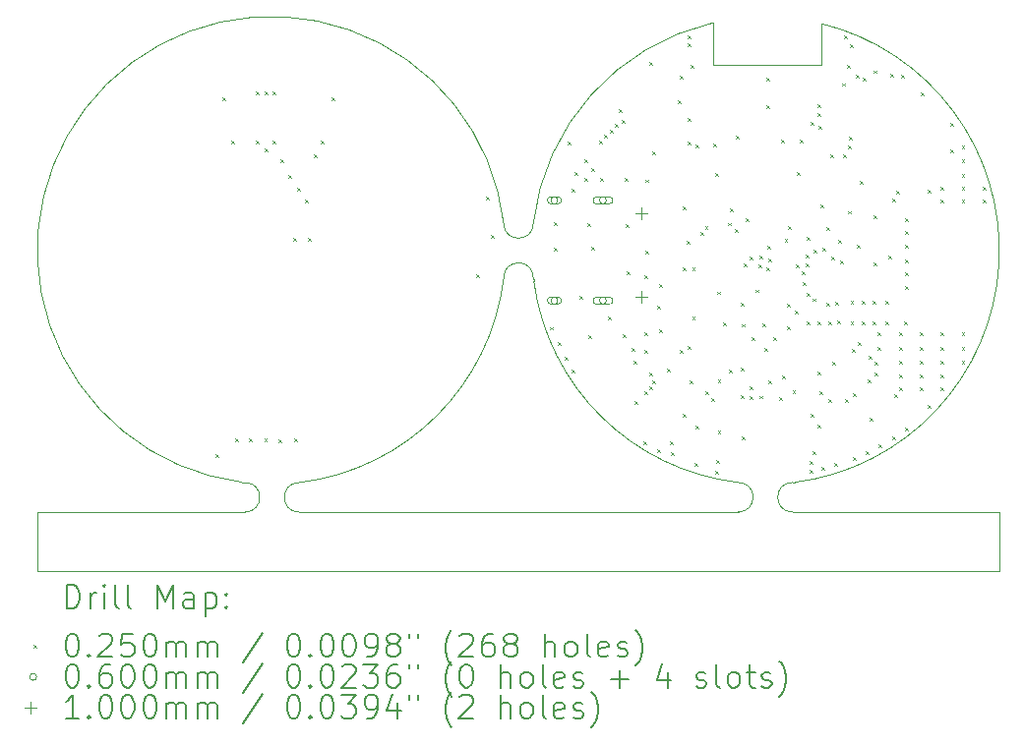
<source format=gbr>
%TF.GenerationSoftware,KiCad,Pcbnew,9.0.1-9.0.1-0~ubuntu22.04.1*%
%TF.CreationDate,2025-05-08T23:44:46+05:30*%
%TF.ProjectId,BEEWATCH MK2,42454557-4154-4434-9820-4d4b322e6b69,A*%
%TF.SameCoordinates,Original*%
%TF.FileFunction,Drillmap*%
%TF.FilePolarity,Positive*%
%FSLAX45Y45*%
G04 Gerber Fmt 4.5, Leading zero omitted, Abs format (unit mm)*
G04 Created by KiCad (PCBNEW 9.0.1-9.0.1-0~ubuntu22.04.1) date 2025-05-08 23:44:46*
%MOMM*%
%LPD*%
G01*
G04 APERTURE LIST*
%ADD10C,0.100000*%
%ADD11C,0.200000*%
G04 APERTURE END LIST*
D10*
X41454021Y-32011343D02*
X41459028Y-32042232D01*
X39438922Y-34031061D02*
X43219162Y-34030246D01*
X38944577Y-33773824D02*
G75*
G02*
X41200022Y-31545343I254931J1997592D01*
G01*
X43002253Y-30178343D02*
X43932253Y-30178343D01*
X38972922Y-34031061D02*
X37184164Y-34031061D01*
X45464163Y-34542743D02*
X37184164Y-34542743D01*
X43932253Y-30178343D02*
X43932253Y-29823343D01*
X43685162Y-34030246D02*
X45464163Y-34030246D01*
X37184164Y-34031061D02*
X37184164Y-34542743D01*
X43002334Y-29816775D02*
X43002253Y-30178343D01*
X45464163Y-34030246D02*
X45464163Y-34542743D01*
X43685162Y-33776246D02*
X43703882Y-33775508D01*
X38944577Y-33773824D02*
X38972922Y-33777249D01*
X43219160Y-33776246D02*
G75*
G02*
X41459027Y-32042233I234050J1997906D01*
G01*
X41200839Y-32011440D02*
G75*
G02*
X39438922Y-33777061I-2001329J235210D01*
G01*
X41454021Y-31545343D02*
G75*
G02*
X43002333Y-29816771I1999189J-232997D01*
G01*
X43932253Y-29823343D02*
G75*
G02*
X43703882Y-33775508I-479045J-1955000D01*
G01*
X38972922Y-33777061D02*
G75*
G02*
X38972922Y-34031061I0J-127000D01*
G01*
X39438922Y-34031061D02*
G75*
G02*
X39438922Y-33777061I0J127000D01*
G01*
X41200021Y-32011343D02*
G75*
G02*
X41454021Y-32011343I127000J0D01*
G01*
X41454021Y-31545343D02*
G75*
G02*
X41200021Y-31545343I-127000J0D01*
G01*
X43219162Y-33776246D02*
G75*
G02*
X43219162Y-34030246I0J-127000D01*
G01*
X43685162Y-34030246D02*
G75*
G02*
X43685162Y-33776246I0J127000D01*
G01*
D11*
D10*
X38717615Y-33535670D02*
X38742615Y-33560670D01*
X38742615Y-33535670D02*
X38717615Y-33560670D01*
X38780708Y-30455843D02*
X38805708Y-30480843D01*
X38805708Y-30455843D02*
X38780708Y-30480843D01*
X38857881Y-30830843D02*
X38882881Y-30855843D01*
X38882881Y-30830843D02*
X38857881Y-30855843D01*
X38887615Y-33395670D02*
X38912615Y-33420670D01*
X38912615Y-33395670D02*
X38887615Y-33420670D01*
X39007615Y-33395670D02*
X39032615Y-33420670D01*
X39032615Y-33395670D02*
X39007615Y-33420670D01*
X39065708Y-30405843D02*
X39090708Y-30430843D01*
X39090708Y-30405843D02*
X39065708Y-30430843D01*
X39065708Y-30830843D02*
X39090708Y-30855843D01*
X39090708Y-30830843D02*
X39065708Y-30855843D01*
X39137615Y-33395670D02*
X39162615Y-33420670D01*
X39162615Y-33395670D02*
X39137615Y-33420670D01*
X39140708Y-30405843D02*
X39165708Y-30430843D01*
X39165708Y-30405843D02*
X39140708Y-30430843D01*
X39141664Y-30900243D02*
X39166664Y-30925243D01*
X39166664Y-30900243D02*
X39141664Y-30925243D01*
X39205708Y-30405843D02*
X39230708Y-30430843D01*
X39230708Y-30405843D02*
X39205708Y-30430843D01*
X39205708Y-30830843D02*
X39230708Y-30855843D01*
X39230708Y-30830843D02*
X39205708Y-30855843D01*
X39257615Y-33405670D02*
X39282615Y-33430670D01*
X39282615Y-33405670D02*
X39257615Y-33430670D01*
X39277881Y-30995843D02*
X39302881Y-31020843D01*
X39302881Y-30995843D02*
X39277881Y-31020843D01*
X39347881Y-31125936D02*
X39372881Y-31150936D01*
X39372881Y-31125936D02*
X39347881Y-31150936D01*
X39387615Y-31665670D02*
X39412615Y-31690670D01*
X39412615Y-31665670D02*
X39387615Y-31690670D01*
X39397615Y-33395670D02*
X39422615Y-33420670D01*
X39422615Y-33395670D02*
X39397615Y-33420670D01*
X39417881Y-31235936D02*
X39442881Y-31260936D01*
X39442881Y-31235936D02*
X39417881Y-31260936D01*
X39487881Y-31335936D02*
X39512881Y-31360936D01*
X39512881Y-31335936D02*
X39487881Y-31360936D01*
X39517615Y-31665670D02*
X39542615Y-31690670D01*
X39542615Y-31665670D02*
X39517615Y-31690670D01*
X39567615Y-30946987D02*
X39592615Y-30971987D01*
X39592615Y-30946987D02*
X39567615Y-30971987D01*
X39625708Y-30830843D02*
X39650708Y-30855843D01*
X39650708Y-30830843D02*
X39625708Y-30855843D01*
X39720708Y-30455843D02*
X39745708Y-30480843D01*
X39745708Y-30455843D02*
X39720708Y-30480843D01*
X40962615Y-31985670D02*
X40987615Y-32010670D01*
X40987615Y-31985670D02*
X40962615Y-32010670D01*
X41047615Y-31315670D02*
X41072615Y-31340670D01*
X41072615Y-31315670D02*
X41047615Y-31340670D01*
X41086660Y-31640670D02*
X41111660Y-31665670D01*
X41111660Y-31640670D02*
X41086660Y-31665670D01*
X41595708Y-32435843D02*
X41620708Y-32460843D01*
X41620708Y-32435843D02*
X41595708Y-32460843D01*
X41630708Y-31535843D02*
X41655708Y-31560843D01*
X41655708Y-31535843D02*
X41630708Y-31560843D01*
X41630708Y-31755843D02*
X41655708Y-31780843D01*
X41655708Y-31755843D02*
X41630708Y-31780843D01*
X41661664Y-32570243D02*
X41686664Y-32595243D01*
X41686664Y-32570243D02*
X41661664Y-32595243D01*
X41721664Y-32690243D02*
X41746664Y-32715243D01*
X41746664Y-32690243D02*
X41721664Y-32715243D01*
X41748458Y-30839299D02*
X41773458Y-30864299D01*
X41773458Y-30839299D02*
X41748458Y-30864299D01*
X41780708Y-31245843D02*
X41805708Y-31270843D01*
X41805708Y-31245843D02*
X41780708Y-31270843D01*
X41781664Y-32800243D02*
X41806664Y-32825243D01*
X41806664Y-32800243D02*
X41781664Y-32825243D01*
X41805309Y-31100445D02*
X41830309Y-31125445D01*
X41830309Y-31100445D02*
X41805309Y-31125445D01*
X41850708Y-32165843D02*
X41875708Y-32190843D01*
X41875708Y-32165843D02*
X41850708Y-32190843D01*
X41890708Y-30995843D02*
X41915708Y-31020843D01*
X41915708Y-30995843D02*
X41890708Y-31020843D01*
X41890708Y-31155843D02*
X41915708Y-31180843D01*
X41915708Y-31155843D02*
X41890708Y-31180843D01*
X41920708Y-31545843D02*
X41945708Y-31570843D01*
X41945708Y-31545843D02*
X41920708Y-31570843D01*
X41930708Y-32505843D02*
X41955708Y-32530843D01*
X41955708Y-32505843D02*
X41930708Y-32530843D01*
X41950708Y-31070843D02*
X41975708Y-31095843D01*
X41975708Y-31070843D02*
X41950708Y-31095843D01*
X41951664Y-31745243D02*
X41976664Y-31770243D01*
X41976664Y-31745243D02*
X41951664Y-31770243D01*
X42016664Y-30830243D02*
X42041664Y-30855243D01*
X42041664Y-30830243D02*
X42016664Y-30855243D01*
X42030708Y-31150843D02*
X42055708Y-31175843D01*
X42055708Y-31150843D02*
X42030708Y-31175843D01*
X42066664Y-30780243D02*
X42091664Y-30805243D01*
X42091664Y-30780243D02*
X42066664Y-30805243D01*
X42100708Y-32345843D02*
X42125708Y-32370843D01*
X42125708Y-32345843D02*
X42100708Y-32370843D01*
X42111664Y-30735243D02*
X42136664Y-30760243D01*
X42136664Y-30735243D02*
X42111664Y-30760243D01*
X42156664Y-30690243D02*
X42181664Y-30715243D01*
X42181664Y-30690243D02*
X42156664Y-30715243D01*
X42191664Y-30560843D02*
X42216664Y-30585843D01*
X42216664Y-30560843D02*
X42191664Y-30585843D01*
X42211664Y-30650243D02*
X42236664Y-30675243D01*
X42236664Y-30650243D02*
X42211664Y-30675243D01*
X42224225Y-32500108D02*
X42249225Y-32525108D01*
X42249225Y-32500108D02*
X42224225Y-32525108D01*
X42240708Y-31155843D02*
X42265708Y-31180843D01*
X42265708Y-31155843D02*
X42240708Y-31180843D01*
X42248971Y-31550843D02*
X42273971Y-31575843D01*
X42273971Y-31550843D02*
X42248971Y-31575843D01*
X42260708Y-31955843D02*
X42285708Y-31980843D01*
X42285708Y-31955843D02*
X42260708Y-31980843D01*
X42300708Y-32615843D02*
X42325708Y-32640843D01*
X42325708Y-32615843D02*
X42300708Y-32640843D01*
X42320708Y-32725843D02*
X42345708Y-32750843D01*
X42345708Y-32725843D02*
X42320708Y-32750843D01*
X42325708Y-33075843D02*
X42350708Y-33100843D01*
X42350708Y-33075843D02*
X42325708Y-33100843D01*
X42401664Y-33425843D02*
X42426664Y-33450843D01*
X42426664Y-33425843D02*
X42401664Y-33450843D01*
X42409339Y-32988796D02*
X42434339Y-33013796D01*
X42434339Y-32988796D02*
X42409339Y-33013796D01*
X42410708Y-32485843D02*
X42435708Y-32510843D01*
X42435708Y-32485843D02*
X42410708Y-32510843D01*
X42412108Y-31990843D02*
X42437108Y-32015843D01*
X42437108Y-31990843D02*
X42412108Y-32015843D01*
X42413208Y-32635843D02*
X42438208Y-32660843D01*
X42438208Y-32635843D02*
X42413208Y-32660843D01*
X42418165Y-31782077D02*
X42443165Y-31807077D01*
X42443165Y-31782077D02*
X42418165Y-31807077D01*
X42420708Y-31165843D02*
X42445708Y-31190843D01*
X42445708Y-31165843D02*
X42420708Y-31190843D01*
X42450708Y-30152743D02*
X42475708Y-30177743D01*
X42475708Y-30152743D02*
X42450708Y-30177743D01*
X42450708Y-32825843D02*
X42475708Y-32850843D01*
X42475708Y-32825843D02*
X42450708Y-32850843D01*
X42450708Y-32945843D02*
X42475708Y-32970843D01*
X42475708Y-32945843D02*
X42450708Y-32970843D01*
X42478517Y-30923653D02*
X42503517Y-30948653D01*
X42503517Y-30923653D02*
X42478517Y-30948653D01*
X42480708Y-32895843D02*
X42505708Y-32920843D01*
X42505708Y-32895843D02*
X42480708Y-32920843D01*
X42519753Y-32250843D02*
X42544753Y-32275843D01*
X42544753Y-32250843D02*
X42519753Y-32275843D01*
X42520708Y-33490243D02*
X42545708Y-33515243D01*
X42545708Y-33490243D02*
X42520708Y-33515243D01*
X42535708Y-32065843D02*
X42560708Y-32090843D01*
X42560708Y-32065843D02*
X42535708Y-32090843D01*
X42540708Y-32455843D02*
X42565708Y-32480843D01*
X42565708Y-32455843D02*
X42540708Y-32480843D01*
X42607528Y-32791811D02*
X42632528Y-32816811D01*
X42632528Y-32791811D02*
X42607528Y-32816811D01*
X42630708Y-33425843D02*
X42655708Y-33450843D01*
X42655708Y-33425843D02*
X42630708Y-33450843D01*
X42640708Y-33515843D02*
X42665708Y-33540843D01*
X42665708Y-33515843D02*
X42640708Y-33540843D01*
X42701664Y-30485243D02*
X42726664Y-30510243D01*
X42726664Y-30485243D02*
X42701664Y-30510243D01*
X42711664Y-30275243D02*
X42736664Y-30300243D01*
X42736664Y-30275243D02*
X42711664Y-30300243D01*
X42715708Y-32637399D02*
X42740708Y-32662399D01*
X42740708Y-32637399D02*
X42715708Y-32662399D01*
X42736664Y-31400243D02*
X42761664Y-31425243D01*
X42761664Y-31400243D02*
X42736664Y-31425243D01*
X42740548Y-31923378D02*
X42765548Y-31948378D01*
X42765548Y-31923378D02*
X42740548Y-31948378D01*
X42740708Y-33185843D02*
X42765708Y-33210843D01*
X42765708Y-33185843D02*
X42740708Y-33210843D01*
X42776912Y-31697454D02*
X42801912Y-31722454D01*
X42801912Y-31697454D02*
X42776912Y-31722454D01*
X42779753Y-30639889D02*
X42804753Y-30664889D01*
X42804753Y-30639889D02*
X42779753Y-30664889D01*
X42779753Y-30840843D02*
X42804753Y-30865843D01*
X42804753Y-30840843D02*
X42779753Y-30865843D01*
X42780708Y-29925843D02*
X42805708Y-29950843D01*
X42805708Y-29925843D02*
X42780708Y-29950843D01*
X42780708Y-29995843D02*
X42805708Y-30020843D01*
X42805708Y-29995843D02*
X42780708Y-30020843D01*
X42781664Y-32600243D02*
X42806664Y-32625243D01*
X42806664Y-32600243D02*
X42781664Y-32625243D01*
X42798999Y-32894021D02*
X42823999Y-32919021D01*
X42823999Y-32894021D02*
X42798999Y-32919021D01*
X42807222Y-30178877D02*
X42832222Y-30203877D01*
X42832222Y-30178877D02*
X42807222Y-30203877D01*
X42820708Y-32345843D02*
X42845708Y-32370843D01*
X42845708Y-32345843D02*
X42820708Y-32370843D01*
X42820868Y-31923378D02*
X42845868Y-31948378D01*
X42845868Y-31923378D02*
X42820868Y-31948378D01*
X42840708Y-33605843D02*
X42865708Y-33630843D01*
X42865708Y-33605843D02*
X42840708Y-33630843D01*
X42849753Y-30868653D02*
X42874753Y-30893653D01*
X42874753Y-30868653D02*
X42849753Y-30893653D01*
X42850426Y-33285243D02*
X42875426Y-33310243D01*
X42875426Y-33285243D02*
X42850426Y-33310243D01*
X42890708Y-31615843D02*
X42915708Y-31640843D01*
X42915708Y-31615843D02*
X42890708Y-31640843D01*
X42930708Y-31565843D02*
X42955708Y-31590843D01*
X42955708Y-31565843D02*
X42930708Y-31590843D01*
X42938343Y-32991953D02*
X42963343Y-33016953D01*
X42963343Y-32991953D02*
X42938343Y-33016953D01*
X42984435Y-33048343D02*
X43009435Y-33073343D01*
X43009435Y-33048343D02*
X42984435Y-33073343D01*
X43000958Y-30856093D02*
X43025958Y-30881093D01*
X43025958Y-30856093D02*
X43000958Y-30881093D01*
X43016088Y-31106731D02*
X43041088Y-31131731D01*
X43041088Y-31106731D02*
X43016088Y-31131731D01*
X43020708Y-33675843D02*
X43045708Y-33700843D01*
X43045708Y-33675843D02*
X43020708Y-33700843D01*
X43030708Y-33585843D02*
X43055708Y-33610843D01*
X43055708Y-33585843D02*
X43030708Y-33610843D01*
X43035658Y-32130893D02*
X43060658Y-32155893D01*
X43060658Y-32130893D02*
X43035658Y-32155893D01*
X43040708Y-32885843D02*
X43065708Y-32910843D01*
X43065708Y-32885843D02*
X43040708Y-32910843D01*
X43040708Y-33325843D02*
X43065708Y-33350843D01*
X43065708Y-33325843D02*
X43040708Y-33350843D01*
X43087693Y-32399989D02*
X43112693Y-32424989D01*
X43112693Y-32399989D02*
X43087693Y-32424989D01*
X43130708Y-31538423D02*
X43155708Y-31563423D01*
X43155708Y-31538423D02*
X43130708Y-31563423D01*
X43140408Y-32803933D02*
X43165408Y-32828933D01*
X43165408Y-32803933D02*
X43140408Y-32828933D01*
X43150345Y-31418423D02*
X43175345Y-31443423D01*
X43175345Y-31418423D02*
X43150345Y-31443423D01*
X43189307Y-31594443D02*
X43214307Y-31619443D01*
X43214307Y-31594443D02*
X43189307Y-31619443D01*
X43200708Y-30785843D02*
X43225708Y-30810843D01*
X43225708Y-30785843D02*
X43200708Y-30810843D01*
X43236664Y-32790243D02*
X43261664Y-32815243D01*
X43261664Y-32790243D02*
X43236664Y-32815243D01*
X43236664Y-33025243D02*
X43261664Y-33050243D01*
X43261664Y-33025243D02*
X43236664Y-33050243D01*
X43237353Y-32226486D02*
X43262353Y-32251486D01*
X43262353Y-32226486D02*
X43237353Y-32251486D01*
X43248375Y-33378924D02*
X43273375Y-33403924D01*
X43273375Y-33378924D02*
X43248375Y-33403924D01*
X43251664Y-32410243D02*
X43276664Y-32435243D01*
X43276664Y-32410243D02*
X43251664Y-32435243D01*
X43264209Y-31891654D02*
X43289209Y-31916654D01*
X43289209Y-31891654D02*
X43264209Y-31916654D01*
X43285886Y-31501021D02*
X43310886Y-31526021D01*
X43310886Y-31501021D02*
X43285886Y-31526021D01*
X43312363Y-33034663D02*
X43337363Y-33059663D01*
X43337363Y-33034663D02*
X43312363Y-33059663D01*
X43314030Y-32947455D02*
X43339030Y-32972455D01*
X43339030Y-32947455D02*
X43314030Y-32972455D01*
X43317519Y-31831062D02*
X43342519Y-31856062D01*
X43342519Y-31831062D02*
X43317519Y-31856062D01*
X43330708Y-32525843D02*
X43355708Y-32550843D01*
X43355708Y-32525843D02*
X43330708Y-32550843D01*
X43368187Y-32114067D02*
X43393187Y-32139067D01*
X43393187Y-32114067D02*
X43368187Y-32139067D01*
X43393549Y-31900057D02*
X43418549Y-31925057D01*
X43418549Y-31900057D02*
X43393549Y-31925057D01*
X43396768Y-31820121D02*
X43421768Y-31845121D01*
X43421768Y-31820121D02*
X43396768Y-31845121D01*
X43399510Y-33028343D02*
X43424510Y-33053343D01*
X43424510Y-33028343D02*
X43399510Y-33053343D01*
X43423452Y-32409542D02*
X43448452Y-32434542D01*
X43448452Y-32409542D02*
X43423452Y-32434542D01*
X43441027Y-32618966D02*
X43466027Y-32643966D01*
X43466027Y-32618966D02*
X43441027Y-32643966D01*
X43460708Y-30290843D02*
X43485708Y-30315843D01*
X43485708Y-30290843D02*
X43460708Y-30315843D01*
X43460708Y-30525843D02*
X43485708Y-30550843D01*
X43485708Y-30525843D02*
X43460708Y-30550843D01*
X43461459Y-31924646D02*
X43486459Y-31949646D01*
X43486459Y-31924646D02*
X43461459Y-31949646D01*
X43470100Y-31735243D02*
X43495100Y-31760243D01*
X43495100Y-31735243D02*
X43470100Y-31760243D01*
X43477375Y-32893448D02*
X43502375Y-32918448D01*
X43502375Y-32893448D02*
X43477375Y-32918448D01*
X43480687Y-31851234D02*
X43505687Y-31876234D01*
X43505687Y-31851234D02*
X43480687Y-31876234D01*
X43518289Y-32525557D02*
X43543289Y-32550557D01*
X43543289Y-32525557D02*
X43518289Y-32550557D01*
X43567410Y-33039251D02*
X43592410Y-33064251D01*
X43592410Y-33039251D02*
X43567410Y-33064251D01*
X43590708Y-30825843D02*
X43615708Y-30850843D01*
X43615708Y-30825843D02*
X43590708Y-30850843D01*
X43593974Y-32855341D02*
X43618974Y-32880341D01*
X43618974Y-32855341D02*
X43593974Y-32880341D01*
X43616664Y-31680243D02*
X43641664Y-31705243D01*
X43641664Y-31680243D02*
X43616664Y-31705243D01*
X43636664Y-32235243D02*
X43661664Y-32260243D01*
X43661664Y-32235243D02*
X43636664Y-32260243D01*
X43636664Y-32430243D02*
X43661664Y-32455243D01*
X43661664Y-32430243D02*
X43636664Y-32455243D01*
X43643520Y-31565036D02*
X43668520Y-31590036D01*
X43668520Y-31565036D02*
X43643520Y-31590036D01*
X43684164Y-32982333D02*
X43709164Y-33007333D01*
X43709164Y-32982333D02*
X43684164Y-33007333D01*
X43707550Y-32292578D02*
X43732550Y-32317578D01*
X43732550Y-32292578D02*
X43707550Y-32317578D01*
X43711664Y-31900243D02*
X43736664Y-31925243D01*
X43736664Y-31900243D02*
X43711664Y-31925243D01*
X43722333Y-31100843D02*
X43747333Y-31125843D01*
X43747333Y-31100843D02*
X43722333Y-31125843D01*
X43746664Y-30825243D02*
X43771664Y-30850243D01*
X43771664Y-30825243D02*
X43746664Y-30850243D01*
X43766664Y-31960243D02*
X43791664Y-31985243D01*
X43791664Y-31960243D02*
X43766664Y-31985243D01*
X43776664Y-32047903D02*
X43801664Y-32072903D01*
X43801664Y-32047903D02*
X43776664Y-32072903D01*
X43797582Y-31817215D02*
X43822582Y-31842215D01*
X43822582Y-31817215D02*
X43797582Y-31842215D01*
X43802487Y-31891001D02*
X43827487Y-31916001D01*
X43827487Y-31891001D02*
X43802487Y-31916001D01*
X43805792Y-32142313D02*
X43830792Y-32167313D01*
X43830792Y-32142313D02*
X43805792Y-32167313D01*
X43805981Y-32389376D02*
X43830981Y-32414376D01*
X43830981Y-32389376D02*
X43805981Y-32414376D01*
X43809545Y-31659637D02*
X43834545Y-31684637D01*
X43834545Y-31659637D02*
X43809545Y-31684637D01*
X43829753Y-33590843D02*
X43854753Y-33615843D01*
X43854753Y-33590843D02*
X43829753Y-33615843D01*
X43830708Y-33665843D02*
X43855708Y-33690843D01*
X43855708Y-33665843D02*
X43830708Y-33690843D01*
X43838502Y-33184550D02*
X43863502Y-33209550D01*
X43863502Y-33184550D02*
X43838502Y-33209550D01*
X43839753Y-30670843D02*
X43864753Y-30695843D01*
X43864753Y-30670843D02*
X43839753Y-30695843D01*
X43860708Y-33505843D02*
X43885708Y-33530843D01*
X43885708Y-33505843D02*
X43860708Y-33530843D01*
X43861664Y-32190243D02*
X43886664Y-32215243D01*
X43886664Y-32190243D02*
X43861664Y-32215243D01*
X43869753Y-31770843D02*
X43894753Y-31795843D01*
X43894753Y-31770843D02*
X43869753Y-31795843D01*
X43896310Y-32824232D02*
X43921310Y-32849232D01*
X43921310Y-32824232D02*
X43896310Y-32849232D01*
X43899130Y-32389162D02*
X43924130Y-32414162D01*
X43924130Y-32389162D02*
X43899130Y-32414162D01*
X43900708Y-30515843D02*
X43925708Y-30540843D01*
X43925708Y-30515843D02*
X43900708Y-30540843D01*
X43900708Y-30595843D02*
X43925708Y-30620843D01*
X43925708Y-30595843D02*
X43900708Y-30620843D01*
X43900708Y-33275843D02*
X43925708Y-33300843D01*
X43925708Y-33275843D02*
X43900708Y-33300843D01*
X43905708Y-30700843D02*
X43930708Y-30725843D01*
X43930708Y-30700843D02*
X43905708Y-30725843D01*
X43919753Y-32990843D02*
X43944753Y-33015843D01*
X43944753Y-32990843D02*
X43919753Y-33015843D01*
X43921958Y-31382722D02*
X43946958Y-31407722D01*
X43946958Y-31382722D02*
X43921958Y-31407722D01*
X43935708Y-33640243D02*
X43960708Y-33665243D01*
X43960708Y-33640243D02*
X43935708Y-33665243D01*
X43939901Y-31750440D02*
X43964901Y-31775440D01*
X43964901Y-31750440D02*
X43939901Y-31775440D01*
X43976355Y-31574775D02*
X44001355Y-31599775D01*
X44001355Y-31574775D02*
X43976355Y-31599775D01*
X43976664Y-32230243D02*
X44001664Y-32255243D01*
X44001664Y-32230243D02*
X43976664Y-32255243D01*
X43989753Y-33060843D02*
X44014753Y-33085843D01*
X44014753Y-33060843D02*
X43989753Y-33085843D01*
X43994095Y-32389162D02*
X44019095Y-32414162D01*
X44019095Y-32389162D02*
X43994095Y-32414162D01*
X44010708Y-30945843D02*
X44035708Y-30970843D01*
X44035708Y-30945843D02*
X44010708Y-30970843D01*
X44018009Y-31829032D02*
X44043009Y-31854032D01*
X44043009Y-31829032D02*
X44018009Y-31854032D01*
X44029106Y-32737202D02*
X44054106Y-32762202D01*
X44054106Y-32737202D02*
X44029106Y-32762202D01*
X44041664Y-33610243D02*
X44066664Y-33635243D01*
X44066664Y-33610243D02*
X44041664Y-33635243D01*
X44052644Y-32219095D02*
X44077644Y-32244095D01*
X44077644Y-32219095D02*
X44052644Y-32244095D01*
X44068603Y-32383739D02*
X44093603Y-32408739D01*
X44093603Y-32383739D02*
X44068603Y-32408739D01*
X44080708Y-31685843D02*
X44105708Y-31710843D01*
X44105708Y-31685843D02*
X44080708Y-31710843D01*
X44096664Y-31860243D02*
X44121664Y-31885243D01*
X44121664Y-31860243D02*
X44096664Y-31885243D01*
X44110708Y-30335843D02*
X44135708Y-30360843D01*
X44135708Y-30335843D02*
X44110708Y-30360843D01*
X44121230Y-30946333D02*
X44146230Y-30971333D01*
X44146230Y-30946333D02*
X44121230Y-30971333D01*
X44130708Y-29925843D02*
X44155708Y-29950843D01*
X44155708Y-29925843D02*
X44130708Y-29950843D01*
X44139753Y-33058343D02*
X44164753Y-33083343D01*
X44164753Y-33058343D02*
X44139753Y-33083343D01*
X44150708Y-30178343D02*
X44175708Y-30203343D01*
X44175708Y-30178343D02*
X44150708Y-30203343D01*
X44166244Y-31436689D02*
X44191244Y-31461689D01*
X44191244Y-31436689D02*
X44166244Y-31461689D01*
X44166664Y-30870243D02*
X44191664Y-30895243D01*
X44191664Y-30870243D02*
X44166664Y-30895243D01*
X44170708Y-30795843D02*
X44195708Y-30820843D01*
X44195708Y-30795843D02*
X44170708Y-30820843D01*
X44181664Y-30000243D02*
X44206664Y-30025243D01*
X44206664Y-30000243D02*
X44181664Y-30025243D01*
X44184026Y-32209162D02*
X44209026Y-32234162D01*
X44209026Y-32209162D02*
X44184026Y-32234162D01*
X44184026Y-32389162D02*
X44209026Y-32414162D01*
X44209026Y-32389162D02*
X44184026Y-32414162D01*
X44199753Y-32625843D02*
X44224753Y-32650843D01*
X44224753Y-32625843D02*
X44199753Y-32650843D01*
X44201664Y-33560243D02*
X44226664Y-33585243D01*
X44226664Y-33560243D02*
X44201664Y-33585243D01*
X44208918Y-33010008D02*
X44233918Y-33035008D01*
X44233918Y-33010008D02*
X44208918Y-33035008D01*
X44230708Y-30265843D02*
X44255708Y-30290843D01*
X44255708Y-30265843D02*
X44230708Y-30290843D01*
X44237322Y-31725902D02*
X44262322Y-31750902D01*
X44262322Y-31725902D02*
X44237322Y-31750902D01*
X44250708Y-32565843D02*
X44275708Y-32590843D01*
X44275708Y-32565843D02*
X44250708Y-32590843D01*
X44265708Y-31175843D02*
X44290708Y-31200843D01*
X44290708Y-31175843D02*
X44265708Y-31200843D01*
X44278992Y-32209162D02*
X44303992Y-32234162D01*
X44303992Y-32209162D02*
X44278992Y-32234162D01*
X44278992Y-32389162D02*
X44303992Y-32414162D01*
X44303992Y-32389162D02*
X44278992Y-32414162D01*
X44286958Y-30289593D02*
X44311958Y-30314593D01*
X44311958Y-30289593D02*
X44286958Y-30314593D01*
X44315708Y-33510243D02*
X44340708Y-33535243D01*
X44340708Y-33510243D02*
X44315708Y-33535243D01*
X44328918Y-32890008D02*
X44353918Y-32915008D01*
X44353918Y-32890008D02*
X44328918Y-32915008D01*
X44340708Y-32685843D02*
X44365708Y-32710843D01*
X44365708Y-32685843D02*
X44340708Y-32710843D01*
X44350708Y-33215843D02*
X44375708Y-33240843D01*
X44375708Y-33215843D02*
X44350708Y-33240843D01*
X44373958Y-32209162D02*
X44398958Y-32234162D01*
X44398958Y-32209162D02*
X44373958Y-32234162D01*
X44373958Y-32389162D02*
X44398958Y-32414162D01*
X44398958Y-32389162D02*
X44373958Y-32414162D01*
X44380708Y-30225843D02*
X44405708Y-30250843D01*
X44405708Y-30225843D02*
X44380708Y-30250843D01*
X44380708Y-31475843D02*
X44405708Y-31500843D01*
X44405708Y-31475843D02*
X44380708Y-31500843D01*
X44381664Y-31880243D02*
X44406664Y-31905243D01*
X44406664Y-31880243D02*
X44381664Y-31905243D01*
X44389753Y-32735843D02*
X44414753Y-32760843D01*
X44414753Y-32735843D02*
X44389753Y-32760843D01*
X44389753Y-32832623D02*
X44414753Y-32857623D01*
X44414753Y-32832623D02*
X44389753Y-32857623D01*
X44420708Y-32485843D02*
X44445708Y-32510843D01*
X44445708Y-32485843D02*
X44420708Y-32510843D01*
X44420708Y-32605843D02*
X44445708Y-32630843D01*
X44445708Y-32605843D02*
X44420708Y-32630843D01*
X44421664Y-33450243D02*
X44446664Y-33475243D01*
X44446664Y-33450243D02*
X44421664Y-33475243D01*
X44487458Y-32209162D02*
X44512458Y-32234162D01*
X44512458Y-32209162D02*
X44487458Y-32234162D01*
X44487458Y-32389162D02*
X44512458Y-32414162D01*
X44512458Y-32389162D02*
X44487458Y-32414162D01*
X44511664Y-31820243D02*
X44536664Y-31845243D01*
X44536664Y-31820243D02*
X44511664Y-31845243D01*
X44530708Y-30255843D02*
X44555708Y-30280843D01*
X44555708Y-30255843D02*
X44530708Y-30280843D01*
X44540708Y-33380243D02*
X44565708Y-33405243D01*
X44565708Y-33380243D02*
X44540708Y-33405243D01*
X44540819Y-31331381D02*
X44565819Y-31356381D01*
X44565819Y-31331381D02*
X44540819Y-31356381D01*
X44558798Y-33015843D02*
X44583798Y-33040843D01*
X44583798Y-33015843D02*
X44558798Y-33040843D01*
X44573701Y-31259968D02*
X44598701Y-31284968D01*
X44598701Y-31259968D02*
X44573701Y-31284968D01*
X44600708Y-32485843D02*
X44625708Y-32510843D01*
X44625708Y-32485843D02*
X44600708Y-32510843D01*
X44600708Y-32605843D02*
X44625708Y-32630843D01*
X44625708Y-32605843D02*
X44600708Y-32630843D01*
X44600708Y-32725843D02*
X44625708Y-32750843D01*
X44625708Y-32725843D02*
X44600708Y-32750843D01*
X44600708Y-32845843D02*
X44625708Y-32870843D01*
X44625708Y-32845843D02*
X44600708Y-32870843D01*
X44600708Y-32959343D02*
X44625708Y-32984343D01*
X44625708Y-32959343D02*
X44600708Y-32984343D01*
X44620708Y-30265843D02*
X44645708Y-30290843D01*
X44645708Y-30265843D02*
X44620708Y-30290843D01*
X44642658Y-32389162D02*
X44667658Y-32414162D01*
X44667658Y-32389162D02*
X44642658Y-32414162D01*
X44650708Y-31612343D02*
X44675708Y-31637343D01*
X44675708Y-31612343D02*
X44650708Y-31637343D01*
X44650708Y-31732343D02*
X44675708Y-31757343D01*
X44675708Y-31732343D02*
X44650708Y-31757343D01*
X44650708Y-31852343D02*
X44675708Y-31877343D01*
X44675708Y-31852343D02*
X44650708Y-31877343D01*
X44650708Y-31965843D02*
X44675708Y-31990843D01*
X44675708Y-31965843D02*
X44650708Y-31990843D01*
X44650708Y-32085843D02*
X44675708Y-32110843D01*
X44675708Y-32085843D02*
X44650708Y-32110843D01*
X44651664Y-33300243D02*
X44676664Y-33325243D01*
X44676664Y-33300243D02*
X44651664Y-33325243D01*
X44656063Y-31497699D02*
X44681063Y-31522699D01*
X44681063Y-31497699D02*
X44656063Y-31522699D01*
X44780707Y-32485843D02*
X44805707Y-32510843D01*
X44805707Y-32485843D02*
X44780707Y-32510843D01*
X44780707Y-32605843D02*
X44805707Y-32630843D01*
X44805707Y-32605843D02*
X44780707Y-32630843D01*
X44780707Y-32725843D02*
X44805707Y-32750843D01*
X44805707Y-32725843D02*
X44780707Y-32750843D01*
X44780707Y-32845843D02*
X44805707Y-32870843D01*
X44805707Y-32845843D02*
X44780707Y-32870843D01*
X44780707Y-32959343D02*
X44805707Y-32984343D01*
X44805707Y-32959343D02*
X44780707Y-32984343D01*
X44790707Y-30415843D02*
X44815707Y-30440843D01*
X44815707Y-30415843D02*
X44790707Y-30440843D01*
X44851663Y-31255843D02*
X44876663Y-31280843D01*
X44876663Y-31255843D02*
X44851663Y-31280843D01*
X44851663Y-33110243D02*
X44876663Y-33135243D01*
X44876663Y-33110243D02*
X44851663Y-33135243D01*
X44960707Y-31225843D02*
X44985707Y-31250843D01*
X44985707Y-31225843D02*
X44960707Y-31250843D01*
X44960707Y-31339343D02*
X44985707Y-31364343D01*
X44985707Y-31339343D02*
X44960707Y-31364343D01*
X44960707Y-32485843D02*
X44985707Y-32510843D01*
X44985707Y-32485843D02*
X44960707Y-32510843D01*
X44960707Y-32605843D02*
X44985707Y-32630843D01*
X44985707Y-32605843D02*
X44960707Y-32630843D01*
X44960707Y-32725843D02*
X44985707Y-32750843D01*
X44985707Y-32725843D02*
X44960707Y-32750843D01*
X44960707Y-32845843D02*
X44985707Y-32870843D01*
X44985707Y-32845843D02*
X44960707Y-32870843D01*
X44960707Y-32959343D02*
X44985707Y-32984343D01*
X44985707Y-32959343D02*
X44960707Y-32984343D01*
X45040707Y-30675843D02*
X45065707Y-30700843D01*
X45065707Y-30675843D02*
X45040707Y-30700843D01*
X45040707Y-30905843D02*
X45065707Y-30930843D01*
X45065707Y-30905843D02*
X45040707Y-30930843D01*
X45140707Y-30875843D02*
X45165707Y-30900843D01*
X45165707Y-30875843D02*
X45140707Y-30900843D01*
X45140707Y-30995843D02*
X45165707Y-31020843D01*
X45165707Y-30995843D02*
X45140707Y-31020843D01*
X45140707Y-31115843D02*
X45165707Y-31140843D01*
X45165707Y-31115843D02*
X45140707Y-31140843D01*
X45140707Y-31229343D02*
X45165707Y-31254343D01*
X45165707Y-31229343D02*
X45140707Y-31254343D01*
X45140707Y-31339343D02*
X45165707Y-31364343D01*
X45165707Y-31339343D02*
X45140707Y-31364343D01*
X45140707Y-32485843D02*
X45165707Y-32510843D01*
X45165707Y-32485843D02*
X45140707Y-32510843D01*
X45140707Y-32605843D02*
X45165707Y-32630843D01*
X45165707Y-32605843D02*
X45140707Y-32630843D01*
X45140707Y-32725843D02*
X45165707Y-32750843D01*
X45165707Y-32725843D02*
X45140707Y-32750843D01*
X45320707Y-31229343D02*
X45345707Y-31254343D01*
X45345707Y-31229343D02*
X45320707Y-31254343D01*
X45320707Y-31339343D02*
X45345707Y-31364343D01*
X45345707Y-31339343D02*
X45320707Y-31364343D01*
X41665708Y-31346343D02*
G75*
G02*
X41605708Y-31346343I-30000J0D01*
G01*
X41605708Y-31346343D02*
G75*
G02*
X41665708Y-31346343I30000J0D01*
G01*
X41605708Y-31376343D02*
X41665708Y-31376343D01*
X41665708Y-31316343D02*
G75*
G02*
X41665708Y-31376343I0J-30000D01*
G01*
X41665708Y-31316343D02*
X41605708Y-31316343D01*
X41605708Y-31316343D02*
G75*
G03*
X41605708Y-31376343I0J-30000D01*
G01*
X41665708Y-32210343D02*
G75*
G02*
X41605708Y-32210343I-30000J0D01*
G01*
X41605708Y-32210343D02*
G75*
G02*
X41665708Y-32210343I30000J0D01*
G01*
X41605708Y-32240343D02*
X41665708Y-32240343D01*
X41665708Y-32180343D02*
G75*
G02*
X41665708Y-32240343I0J-30000D01*
G01*
X41665708Y-32180343D02*
X41605708Y-32180343D01*
X41605708Y-32180343D02*
G75*
G03*
X41605708Y-32240343I0J-30000D01*
G01*
X42083708Y-31346343D02*
G75*
G02*
X42023708Y-31346343I-30000J0D01*
G01*
X42023708Y-31346343D02*
G75*
G02*
X42083708Y-31346343I30000J0D01*
G01*
X41998708Y-31376343D02*
X42108708Y-31376343D01*
X42108708Y-31316343D02*
G75*
G02*
X42108708Y-31376343I0J-30000D01*
G01*
X42108708Y-31316343D02*
X41998708Y-31316343D01*
X41998708Y-31316343D02*
G75*
G03*
X41998708Y-31376343I0J-30000D01*
G01*
X42083708Y-32210343D02*
G75*
G02*
X42023708Y-32210343I-30000J0D01*
G01*
X42023708Y-32210343D02*
G75*
G02*
X42083708Y-32210343I30000J0D01*
G01*
X41998708Y-32240343D02*
X42108708Y-32240343D01*
X42108708Y-32180343D02*
G75*
G02*
X42108708Y-32240343I0J-30000D01*
G01*
X42108708Y-32180343D02*
X41998708Y-32180343D01*
X41998708Y-32180343D02*
G75*
G03*
X41998708Y-32240343I0J-30000D01*
G01*
X42383208Y-31408343D02*
X42383208Y-31508343D01*
X42333208Y-31458343D02*
X42433208Y-31458343D01*
X42383208Y-32128343D02*
X42383208Y-32228343D01*
X42333208Y-32178343D02*
X42433208Y-32178343D01*
D11*
X37439940Y-34859227D02*
X37439940Y-34659227D01*
X37439940Y-34659227D02*
X37487559Y-34659227D01*
X37487559Y-34659227D02*
X37516131Y-34668751D01*
X37516131Y-34668751D02*
X37535178Y-34687799D01*
X37535178Y-34687799D02*
X37544702Y-34706846D01*
X37544702Y-34706846D02*
X37554226Y-34744941D01*
X37554226Y-34744941D02*
X37554226Y-34773513D01*
X37554226Y-34773513D02*
X37544702Y-34811608D01*
X37544702Y-34811608D02*
X37535178Y-34830656D01*
X37535178Y-34830656D02*
X37516131Y-34849703D01*
X37516131Y-34849703D02*
X37487559Y-34859227D01*
X37487559Y-34859227D02*
X37439940Y-34859227D01*
X37639940Y-34859227D02*
X37639940Y-34725894D01*
X37639940Y-34763989D02*
X37649464Y-34744941D01*
X37649464Y-34744941D02*
X37658988Y-34735418D01*
X37658988Y-34735418D02*
X37678036Y-34725894D01*
X37678036Y-34725894D02*
X37697083Y-34725894D01*
X37763750Y-34859227D02*
X37763750Y-34725894D01*
X37763750Y-34659227D02*
X37754226Y-34668751D01*
X37754226Y-34668751D02*
X37763750Y-34678275D01*
X37763750Y-34678275D02*
X37773274Y-34668751D01*
X37773274Y-34668751D02*
X37763750Y-34659227D01*
X37763750Y-34659227D02*
X37763750Y-34678275D01*
X37887559Y-34859227D02*
X37868512Y-34849703D01*
X37868512Y-34849703D02*
X37858988Y-34830656D01*
X37858988Y-34830656D02*
X37858988Y-34659227D01*
X37992321Y-34859227D02*
X37973274Y-34849703D01*
X37973274Y-34849703D02*
X37963750Y-34830656D01*
X37963750Y-34830656D02*
X37963750Y-34659227D01*
X38220893Y-34859227D02*
X38220893Y-34659227D01*
X38220893Y-34659227D02*
X38287559Y-34802084D01*
X38287559Y-34802084D02*
X38354226Y-34659227D01*
X38354226Y-34659227D02*
X38354226Y-34859227D01*
X38535178Y-34859227D02*
X38535178Y-34754465D01*
X38535178Y-34754465D02*
X38525655Y-34735418D01*
X38525655Y-34735418D02*
X38506607Y-34725894D01*
X38506607Y-34725894D02*
X38468512Y-34725894D01*
X38468512Y-34725894D02*
X38449464Y-34735418D01*
X38535178Y-34849703D02*
X38516131Y-34859227D01*
X38516131Y-34859227D02*
X38468512Y-34859227D01*
X38468512Y-34859227D02*
X38449464Y-34849703D01*
X38449464Y-34849703D02*
X38439940Y-34830656D01*
X38439940Y-34830656D02*
X38439940Y-34811608D01*
X38439940Y-34811608D02*
X38449464Y-34792561D01*
X38449464Y-34792561D02*
X38468512Y-34783037D01*
X38468512Y-34783037D02*
X38516131Y-34783037D01*
X38516131Y-34783037D02*
X38535178Y-34773513D01*
X38630417Y-34725894D02*
X38630417Y-34925894D01*
X38630417Y-34735418D02*
X38649464Y-34725894D01*
X38649464Y-34725894D02*
X38687559Y-34725894D01*
X38687559Y-34725894D02*
X38706607Y-34735418D01*
X38706607Y-34735418D02*
X38716131Y-34744941D01*
X38716131Y-34744941D02*
X38725655Y-34763989D01*
X38725655Y-34763989D02*
X38725655Y-34821132D01*
X38725655Y-34821132D02*
X38716131Y-34840180D01*
X38716131Y-34840180D02*
X38706607Y-34849703D01*
X38706607Y-34849703D02*
X38687559Y-34859227D01*
X38687559Y-34859227D02*
X38649464Y-34859227D01*
X38649464Y-34859227D02*
X38630417Y-34849703D01*
X38811369Y-34840180D02*
X38820893Y-34849703D01*
X38820893Y-34849703D02*
X38811369Y-34859227D01*
X38811369Y-34859227D02*
X38801845Y-34849703D01*
X38801845Y-34849703D02*
X38811369Y-34840180D01*
X38811369Y-34840180D02*
X38811369Y-34859227D01*
X38811369Y-34735418D02*
X38820893Y-34744941D01*
X38820893Y-34744941D02*
X38811369Y-34754465D01*
X38811369Y-34754465D02*
X38801845Y-34744941D01*
X38801845Y-34744941D02*
X38811369Y-34735418D01*
X38811369Y-34735418D02*
X38811369Y-34754465D01*
D10*
X37154164Y-35175243D02*
X37179164Y-35200243D01*
X37179164Y-35175243D02*
X37154164Y-35200243D01*
D11*
X37478036Y-35079227D02*
X37497083Y-35079227D01*
X37497083Y-35079227D02*
X37516131Y-35088751D01*
X37516131Y-35088751D02*
X37525655Y-35098275D01*
X37525655Y-35098275D02*
X37535178Y-35117322D01*
X37535178Y-35117322D02*
X37544702Y-35155418D01*
X37544702Y-35155418D02*
X37544702Y-35203037D01*
X37544702Y-35203037D02*
X37535178Y-35241132D01*
X37535178Y-35241132D02*
X37525655Y-35260180D01*
X37525655Y-35260180D02*
X37516131Y-35269703D01*
X37516131Y-35269703D02*
X37497083Y-35279227D01*
X37497083Y-35279227D02*
X37478036Y-35279227D01*
X37478036Y-35279227D02*
X37458988Y-35269703D01*
X37458988Y-35269703D02*
X37449464Y-35260180D01*
X37449464Y-35260180D02*
X37439940Y-35241132D01*
X37439940Y-35241132D02*
X37430417Y-35203037D01*
X37430417Y-35203037D02*
X37430417Y-35155418D01*
X37430417Y-35155418D02*
X37439940Y-35117322D01*
X37439940Y-35117322D02*
X37449464Y-35098275D01*
X37449464Y-35098275D02*
X37458988Y-35088751D01*
X37458988Y-35088751D02*
X37478036Y-35079227D01*
X37630417Y-35260180D02*
X37639940Y-35269703D01*
X37639940Y-35269703D02*
X37630417Y-35279227D01*
X37630417Y-35279227D02*
X37620893Y-35269703D01*
X37620893Y-35269703D02*
X37630417Y-35260180D01*
X37630417Y-35260180D02*
X37630417Y-35279227D01*
X37716131Y-35098275D02*
X37725655Y-35088751D01*
X37725655Y-35088751D02*
X37744702Y-35079227D01*
X37744702Y-35079227D02*
X37792321Y-35079227D01*
X37792321Y-35079227D02*
X37811369Y-35088751D01*
X37811369Y-35088751D02*
X37820893Y-35098275D01*
X37820893Y-35098275D02*
X37830417Y-35117322D01*
X37830417Y-35117322D02*
X37830417Y-35136370D01*
X37830417Y-35136370D02*
X37820893Y-35164941D01*
X37820893Y-35164941D02*
X37706607Y-35279227D01*
X37706607Y-35279227D02*
X37830417Y-35279227D01*
X38011369Y-35079227D02*
X37916131Y-35079227D01*
X37916131Y-35079227D02*
X37906607Y-35174465D01*
X37906607Y-35174465D02*
X37916131Y-35164941D01*
X37916131Y-35164941D02*
X37935178Y-35155418D01*
X37935178Y-35155418D02*
X37982798Y-35155418D01*
X37982798Y-35155418D02*
X38001845Y-35164941D01*
X38001845Y-35164941D02*
X38011369Y-35174465D01*
X38011369Y-35174465D02*
X38020893Y-35193513D01*
X38020893Y-35193513D02*
X38020893Y-35241132D01*
X38020893Y-35241132D02*
X38011369Y-35260180D01*
X38011369Y-35260180D02*
X38001845Y-35269703D01*
X38001845Y-35269703D02*
X37982798Y-35279227D01*
X37982798Y-35279227D02*
X37935178Y-35279227D01*
X37935178Y-35279227D02*
X37916131Y-35269703D01*
X37916131Y-35269703D02*
X37906607Y-35260180D01*
X38144702Y-35079227D02*
X38163750Y-35079227D01*
X38163750Y-35079227D02*
X38182798Y-35088751D01*
X38182798Y-35088751D02*
X38192321Y-35098275D01*
X38192321Y-35098275D02*
X38201845Y-35117322D01*
X38201845Y-35117322D02*
X38211369Y-35155418D01*
X38211369Y-35155418D02*
X38211369Y-35203037D01*
X38211369Y-35203037D02*
X38201845Y-35241132D01*
X38201845Y-35241132D02*
X38192321Y-35260180D01*
X38192321Y-35260180D02*
X38182798Y-35269703D01*
X38182798Y-35269703D02*
X38163750Y-35279227D01*
X38163750Y-35279227D02*
X38144702Y-35279227D01*
X38144702Y-35279227D02*
X38125655Y-35269703D01*
X38125655Y-35269703D02*
X38116131Y-35260180D01*
X38116131Y-35260180D02*
X38106607Y-35241132D01*
X38106607Y-35241132D02*
X38097083Y-35203037D01*
X38097083Y-35203037D02*
X38097083Y-35155418D01*
X38097083Y-35155418D02*
X38106607Y-35117322D01*
X38106607Y-35117322D02*
X38116131Y-35098275D01*
X38116131Y-35098275D02*
X38125655Y-35088751D01*
X38125655Y-35088751D02*
X38144702Y-35079227D01*
X38297083Y-35279227D02*
X38297083Y-35145894D01*
X38297083Y-35164941D02*
X38306607Y-35155418D01*
X38306607Y-35155418D02*
X38325655Y-35145894D01*
X38325655Y-35145894D02*
X38354226Y-35145894D01*
X38354226Y-35145894D02*
X38373274Y-35155418D01*
X38373274Y-35155418D02*
X38382798Y-35174465D01*
X38382798Y-35174465D02*
X38382798Y-35279227D01*
X38382798Y-35174465D02*
X38392321Y-35155418D01*
X38392321Y-35155418D02*
X38411369Y-35145894D01*
X38411369Y-35145894D02*
X38439940Y-35145894D01*
X38439940Y-35145894D02*
X38458988Y-35155418D01*
X38458988Y-35155418D02*
X38468512Y-35174465D01*
X38468512Y-35174465D02*
X38468512Y-35279227D01*
X38563750Y-35279227D02*
X38563750Y-35145894D01*
X38563750Y-35164941D02*
X38573274Y-35155418D01*
X38573274Y-35155418D02*
X38592321Y-35145894D01*
X38592321Y-35145894D02*
X38620893Y-35145894D01*
X38620893Y-35145894D02*
X38639940Y-35155418D01*
X38639940Y-35155418D02*
X38649464Y-35174465D01*
X38649464Y-35174465D02*
X38649464Y-35279227D01*
X38649464Y-35174465D02*
X38658988Y-35155418D01*
X38658988Y-35155418D02*
X38678036Y-35145894D01*
X38678036Y-35145894D02*
X38706607Y-35145894D01*
X38706607Y-35145894D02*
X38725655Y-35155418D01*
X38725655Y-35155418D02*
X38735179Y-35174465D01*
X38735179Y-35174465D02*
X38735179Y-35279227D01*
X39125655Y-35069703D02*
X38954226Y-35326846D01*
X39382798Y-35079227D02*
X39401845Y-35079227D01*
X39401845Y-35079227D02*
X39420893Y-35088751D01*
X39420893Y-35088751D02*
X39430417Y-35098275D01*
X39430417Y-35098275D02*
X39439941Y-35117322D01*
X39439941Y-35117322D02*
X39449464Y-35155418D01*
X39449464Y-35155418D02*
X39449464Y-35203037D01*
X39449464Y-35203037D02*
X39439941Y-35241132D01*
X39439941Y-35241132D02*
X39430417Y-35260180D01*
X39430417Y-35260180D02*
X39420893Y-35269703D01*
X39420893Y-35269703D02*
X39401845Y-35279227D01*
X39401845Y-35279227D02*
X39382798Y-35279227D01*
X39382798Y-35279227D02*
X39363750Y-35269703D01*
X39363750Y-35269703D02*
X39354226Y-35260180D01*
X39354226Y-35260180D02*
X39344702Y-35241132D01*
X39344702Y-35241132D02*
X39335179Y-35203037D01*
X39335179Y-35203037D02*
X39335179Y-35155418D01*
X39335179Y-35155418D02*
X39344702Y-35117322D01*
X39344702Y-35117322D02*
X39354226Y-35098275D01*
X39354226Y-35098275D02*
X39363750Y-35088751D01*
X39363750Y-35088751D02*
X39382798Y-35079227D01*
X39535179Y-35260180D02*
X39544702Y-35269703D01*
X39544702Y-35269703D02*
X39535179Y-35279227D01*
X39535179Y-35279227D02*
X39525655Y-35269703D01*
X39525655Y-35269703D02*
X39535179Y-35260180D01*
X39535179Y-35260180D02*
X39535179Y-35279227D01*
X39668512Y-35079227D02*
X39687560Y-35079227D01*
X39687560Y-35079227D02*
X39706607Y-35088751D01*
X39706607Y-35088751D02*
X39716131Y-35098275D01*
X39716131Y-35098275D02*
X39725655Y-35117322D01*
X39725655Y-35117322D02*
X39735179Y-35155418D01*
X39735179Y-35155418D02*
X39735179Y-35203037D01*
X39735179Y-35203037D02*
X39725655Y-35241132D01*
X39725655Y-35241132D02*
X39716131Y-35260180D01*
X39716131Y-35260180D02*
X39706607Y-35269703D01*
X39706607Y-35269703D02*
X39687560Y-35279227D01*
X39687560Y-35279227D02*
X39668512Y-35279227D01*
X39668512Y-35279227D02*
X39649464Y-35269703D01*
X39649464Y-35269703D02*
X39639941Y-35260180D01*
X39639941Y-35260180D02*
X39630417Y-35241132D01*
X39630417Y-35241132D02*
X39620893Y-35203037D01*
X39620893Y-35203037D02*
X39620893Y-35155418D01*
X39620893Y-35155418D02*
X39630417Y-35117322D01*
X39630417Y-35117322D02*
X39639941Y-35098275D01*
X39639941Y-35098275D02*
X39649464Y-35088751D01*
X39649464Y-35088751D02*
X39668512Y-35079227D01*
X39858988Y-35079227D02*
X39878036Y-35079227D01*
X39878036Y-35079227D02*
X39897083Y-35088751D01*
X39897083Y-35088751D02*
X39906607Y-35098275D01*
X39906607Y-35098275D02*
X39916131Y-35117322D01*
X39916131Y-35117322D02*
X39925655Y-35155418D01*
X39925655Y-35155418D02*
X39925655Y-35203037D01*
X39925655Y-35203037D02*
X39916131Y-35241132D01*
X39916131Y-35241132D02*
X39906607Y-35260180D01*
X39906607Y-35260180D02*
X39897083Y-35269703D01*
X39897083Y-35269703D02*
X39878036Y-35279227D01*
X39878036Y-35279227D02*
X39858988Y-35279227D01*
X39858988Y-35279227D02*
X39839941Y-35269703D01*
X39839941Y-35269703D02*
X39830417Y-35260180D01*
X39830417Y-35260180D02*
X39820893Y-35241132D01*
X39820893Y-35241132D02*
X39811369Y-35203037D01*
X39811369Y-35203037D02*
X39811369Y-35155418D01*
X39811369Y-35155418D02*
X39820893Y-35117322D01*
X39820893Y-35117322D02*
X39830417Y-35098275D01*
X39830417Y-35098275D02*
X39839941Y-35088751D01*
X39839941Y-35088751D02*
X39858988Y-35079227D01*
X40020893Y-35279227D02*
X40058988Y-35279227D01*
X40058988Y-35279227D02*
X40078036Y-35269703D01*
X40078036Y-35269703D02*
X40087560Y-35260180D01*
X40087560Y-35260180D02*
X40106607Y-35231608D01*
X40106607Y-35231608D02*
X40116131Y-35193513D01*
X40116131Y-35193513D02*
X40116131Y-35117322D01*
X40116131Y-35117322D02*
X40106607Y-35098275D01*
X40106607Y-35098275D02*
X40097083Y-35088751D01*
X40097083Y-35088751D02*
X40078036Y-35079227D01*
X40078036Y-35079227D02*
X40039941Y-35079227D01*
X40039941Y-35079227D02*
X40020893Y-35088751D01*
X40020893Y-35088751D02*
X40011369Y-35098275D01*
X40011369Y-35098275D02*
X40001845Y-35117322D01*
X40001845Y-35117322D02*
X40001845Y-35164941D01*
X40001845Y-35164941D02*
X40011369Y-35183989D01*
X40011369Y-35183989D02*
X40020893Y-35193513D01*
X40020893Y-35193513D02*
X40039941Y-35203037D01*
X40039941Y-35203037D02*
X40078036Y-35203037D01*
X40078036Y-35203037D02*
X40097083Y-35193513D01*
X40097083Y-35193513D02*
X40106607Y-35183989D01*
X40106607Y-35183989D02*
X40116131Y-35164941D01*
X40230417Y-35164941D02*
X40211369Y-35155418D01*
X40211369Y-35155418D02*
X40201845Y-35145894D01*
X40201845Y-35145894D02*
X40192322Y-35126846D01*
X40192322Y-35126846D02*
X40192322Y-35117322D01*
X40192322Y-35117322D02*
X40201845Y-35098275D01*
X40201845Y-35098275D02*
X40211369Y-35088751D01*
X40211369Y-35088751D02*
X40230417Y-35079227D01*
X40230417Y-35079227D02*
X40268512Y-35079227D01*
X40268512Y-35079227D02*
X40287560Y-35088751D01*
X40287560Y-35088751D02*
X40297083Y-35098275D01*
X40297083Y-35098275D02*
X40306607Y-35117322D01*
X40306607Y-35117322D02*
X40306607Y-35126846D01*
X40306607Y-35126846D02*
X40297083Y-35145894D01*
X40297083Y-35145894D02*
X40287560Y-35155418D01*
X40287560Y-35155418D02*
X40268512Y-35164941D01*
X40268512Y-35164941D02*
X40230417Y-35164941D01*
X40230417Y-35164941D02*
X40211369Y-35174465D01*
X40211369Y-35174465D02*
X40201845Y-35183989D01*
X40201845Y-35183989D02*
X40192322Y-35203037D01*
X40192322Y-35203037D02*
X40192322Y-35241132D01*
X40192322Y-35241132D02*
X40201845Y-35260180D01*
X40201845Y-35260180D02*
X40211369Y-35269703D01*
X40211369Y-35269703D02*
X40230417Y-35279227D01*
X40230417Y-35279227D02*
X40268512Y-35279227D01*
X40268512Y-35279227D02*
X40287560Y-35269703D01*
X40287560Y-35269703D02*
X40297083Y-35260180D01*
X40297083Y-35260180D02*
X40306607Y-35241132D01*
X40306607Y-35241132D02*
X40306607Y-35203037D01*
X40306607Y-35203037D02*
X40297083Y-35183989D01*
X40297083Y-35183989D02*
X40287560Y-35174465D01*
X40287560Y-35174465D02*
X40268512Y-35164941D01*
X40382798Y-35079227D02*
X40382798Y-35117322D01*
X40458988Y-35079227D02*
X40458988Y-35117322D01*
X40754226Y-35355418D02*
X40744703Y-35345894D01*
X40744703Y-35345894D02*
X40725655Y-35317322D01*
X40725655Y-35317322D02*
X40716131Y-35298275D01*
X40716131Y-35298275D02*
X40706607Y-35269703D01*
X40706607Y-35269703D02*
X40697084Y-35222084D01*
X40697084Y-35222084D02*
X40697084Y-35183989D01*
X40697084Y-35183989D02*
X40706607Y-35136370D01*
X40706607Y-35136370D02*
X40716131Y-35107799D01*
X40716131Y-35107799D02*
X40725655Y-35088751D01*
X40725655Y-35088751D02*
X40744703Y-35060180D01*
X40744703Y-35060180D02*
X40754226Y-35050656D01*
X40820893Y-35098275D02*
X40830417Y-35088751D01*
X40830417Y-35088751D02*
X40849464Y-35079227D01*
X40849464Y-35079227D02*
X40897084Y-35079227D01*
X40897084Y-35079227D02*
X40916131Y-35088751D01*
X40916131Y-35088751D02*
X40925655Y-35098275D01*
X40925655Y-35098275D02*
X40935179Y-35117322D01*
X40935179Y-35117322D02*
X40935179Y-35136370D01*
X40935179Y-35136370D02*
X40925655Y-35164941D01*
X40925655Y-35164941D02*
X40811369Y-35279227D01*
X40811369Y-35279227D02*
X40935179Y-35279227D01*
X41106607Y-35079227D02*
X41068512Y-35079227D01*
X41068512Y-35079227D02*
X41049464Y-35088751D01*
X41049464Y-35088751D02*
X41039941Y-35098275D01*
X41039941Y-35098275D02*
X41020893Y-35126846D01*
X41020893Y-35126846D02*
X41011369Y-35164941D01*
X41011369Y-35164941D02*
X41011369Y-35241132D01*
X41011369Y-35241132D02*
X41020893Y-35260180D01*
X41020893Y-35260180D02*
X41030417Y-35269703D01*
X41030417Y-35269703D02*
X41049464Y-35279227D01*
X41049464Y-35279227D02*
X41087560Y-35279227D01*
X41087560Y-35279227D02*
X41106607Y-35269703D01*
X41106607Y-35269703D02*
X41116131Y-35260180D01*
X41116131Y-35260180D02*
X41125655Y-35241132D01*
X41125655Y-35241132D02*
X41125655Y-35193513D01*
X41125655Y-35193513D02*
X41116131Y-35174465D01*
X41116131Y-35174465D02*
X41106607Y-35164941D01*
X41106607Y-35164941D02*
X41087560Y-35155418D01*
X41087560Y-35155418D02*
X41049464Y-35155418D01*
X41049464Y-35155418D02*
X41030417Y-35164941D01*
X41030417Y-35164941D02*
X41020893Y-35174465D01*
X41020893Y-35174465D02*
X41011369Y-35193513D01*
X41239941Y-35164941D02*
X41220893Y-35155418D01*
X41220893Y-35155418D02*
X41211369Y-35145894D01*
X41211369Y-35145894D02*
X41201845Y-35126846D01*
X41201845Y-35126846D02*
X41201845Y-35117322D01*
X41201845Y-35117322D02*
X41211369Y-35098275D01*
X41211369Y-35098275D02*
X41220893Y-35088751D01*
X41220893Y-35088751D02*
X41239941Y-35079227D01*
X41239941Y-35079227D02*
X41278036Y-35079227D01*
X41278036Y-35079227D02*
X41297084Y-35088751D01*
X41297084Y-35088751D02*
X41306607Y-35098275D01*
X41306607Y-35098275D02*
X41316131Y-35117322D01*
X41316131Y-35117322D02*
X41316131Y-35126846D01*
X41316131Y-35126846D02*
X41306607Y-35145894D01*
X41306607Y-35145894D02*
X41297084Y-35155418D01*
X41297084Y-35155418D02*
X41278036Y-35164941D01*
X41278036Y-35164941D02*
X41239941Y-35164941D01*
X41239941Y-35164941D02*
X41220893Y-35174465D01*
X41220893Y-35174465D02*
X41211369Y-35183989D01*
X41211369Y-35183989D02*
X41201845Y-35203037D01*
X41201845Y-35203037D02*
X41201845Y-35241132D01*
X41201845Y-35241132D02*
X41211369Y-35260180D01*
X41211369Y-35260180D02*
X41220893Y-35269703D01*
X41220893Y-35269703D02*
X41239941Y-35279227D01*
X41239941Y-35279227D02*
X41278036Y-35279227D01*
X41278036Y-35279227D02*
X41297084Y-35269703D01*
X41297084Y-35269703D02*
X41306607Y-35260180D01*
X41306607Y-35260180D02*
X41316131Y-35241132D01*
X41316131Y-35241132D02*
X41316131Y-35203037D01*
X41316131Y-35203037D02*
X41306607Y-35183989D01*
X41306607Y-35183989D02*
X41297084Y-35174465D01*
X41297084Y-35174465D02*
X41278036Y-35164941D01*
X41554226Y-35279227D02*
X41554226Y-35079227D01*
X41639941Y-35279227D02*
X41639941Y-35174465D01*
X41639941Y-35174465D02*
X41630417Y-35155418D01*
X41630417Y-35155418D02*
X41611369Y-35145894D01*
X41611369Y-35145894D02*
X41582798Y-35145894D01*
X41582798Y-35145894D02*
X41563750Y-35155418D01*
X41563750Y-35155418D02*
X41554226Y-35164941D01*
X41763750Y-35279227D02*
X41744703Y-35269703D01*
X41744703Y-35269703D02*
X41735179Y-35260180D01*
X41735179Y-35260180D02*
X41725655Y-35241132D01*
X41725655Y-35241132D02*
X41725655Y-35183989D01*
X41725655Y-35183989D02*
X41735179Y-35164941D01*
X41735179Y-35164941D02*
X41744703Y-35155418D01*
X41744703Y-35155418D02*
X41763750Y-35145894D01*
X41763750Y-35145894D02*
X41792322Y-35145894D01*
X41792322Y-35145894D02*
X41811369Y-35155418D01*
X41811369Y-35155418D02*
X41820893Y-35164941D01*
X41820893Y-35164941D02*
X41830417Y-35183989D01*
X41830417Y-35183989D02*
X41830417Y-35241132D01*
X41830417Y-35241132D02*
X41820893Y-35260180D01*
X41820893Y-35260180D02*
X41811369Y-35269703D01*
X41811369Y-35269703D02*
X41792322Y-35279227D01*
X41792322Y-35279227D02*
X41763750Y-35279227D01*
X41944703Y-35279227D02*
X41925655Y-35269703D01*
X41925655Y-35269703D02*
X41916131Y-35250656D01*
X41916131Y-35250656D02*
X41916131Y-35079227D01*
X42097084Y-35269703D02*
X42078036Y-35279227D01*
X42078036Y-35279227D02*
X42039941Y-35279227D01*
X42039941Y-35279227D02*
X42020893Y-35269703D01*
X42020893Y-35269703D02*
X42011369Y-35250656D01*
X42011369Y-35250656D02*
X42011369Y-35174465D01*
X42011369Y-35174465D02*
X42020893Y-35155418D01*
X42020893Y-35155418D02*
X42039941Y-35145894D01*
X42039941Y-35145894D02*
X42078036Y-35145894D01*
X42078036Y-35145894D02*
X42097084Y-35155418D01*
X42097084Y-35155418D02*
X42106607Y-35174465D01*
X42106607Y-35174465D02*
X42106607Y-35193513D01*
X42106607Y-35193513D02*
X42011369Y-35212561D01*
X42182798Y-35269703D02*
X42201846Y-35279227D01*
X42201846Y-35279227D02*
X42239941Y-35279227D01*
X42239941Y-35279227D02*
X42258988Y-35269703D01*
X42258988Y-35269703D02*
X42268512Y-35250656D01*
X42268512Y-35250656D02*
X42268512Y-35241132D01*
X42268512Y-35241132D02*
X42258988Y-35222084D01*
X42258988Y-35222084D02*
X42239941Y-35212561D01*
X42239941Y-35212561D02*
X42211369Y-35212561D01*
X42211369Y-35212561D02*
X42192322Y-35203037D01*
X42192322Y-35203037D02*
X42182798Y-35183989D01*
X42182798Y-35183989D02*
X42182798Y-35174465D01*
X42182798Y-35174465D02*
X42192322Y-35155418D01*
X42192322Y-35155418D02*
X42211369Y-35145894D01*
X42211369Y-35145894D02*
X42239941Y-35145894D01*
X42239941Y-35145894D02*
X42258988Y-35155418D01*
X42335179Y-35355418D02*
X42344703Y-35345894D01*
X42344703Y-35345894D02*
X42363750Y-35317322D01*
X42363750Y-35317322D02*
X42373274Y-35298275D01*
X42373274Y-35298275D02*
X42382798Y-35269703D01*
X42382798Y-35269703D02*
X42392322Y-35222084D01*
X42392322Y-35222084D02*
X42392322Y-35183989D01*
X42392322Y-35183989D02*
X42382798Y-35136370D01*
X42382798Y-35136370D02*
X42373274Y-35107799D01*
X42373274Y-35107799D02*
X42363750Y-35088751D01*
X42363750Y-35088751D02*
X42344703Y-35060180D01*
X42344703Y-35060180D02*
X42335179Y-35050656D01*
D10*
X37179164Y-35451743D02*
G75*
G02*
X37119164Y-35451743I-30000J0D01*
G01*
X37119164Y-35451743D02*
G75*
G02*
X37179164Y-35451743I30000J0D01*
G01*
D11*
X37478036Y-35343227D02*
X37497083Y-35343227D01*
X37497083Y-35343227D02*
X37516131Y-35352751D01*
X37516131Y-35352751D02*
X37525655Y-35362275D01*
X37525655Y-35362275D02*
X37535178Y-35381322D01*
X37535178Y-35381322D02*
X37544702Y-35419418D01*
X37544702Y-35419418D02*
X37544702Y-35467037D01*
X37544702Y-35467037D02*
X37535178Y-35505132D01*
X37535178Y-35505132D02*
X37525655Y-35524180D01*
X37525655Y-35524180D02*
X37516131Y-35533703D01*
X37516131Y-35533703D02*
X37497083Y-35543227D01*
X37497083Y-35543227D02*
X37478036Y-35543227D01*
X37478036Y-35543227D02*
X37458988Y-35533703D01*
X37458988Y-35533703D02*
X37449464Y-35524180D01*
X37449464Y-35524180D02*
X37439940Y-35505132D01*
X37439940Y-35505132D02*
X37430417Y-35467037D01*
X37430417Y-35467037D02*
X37430417Y-35419418D01*
X37430417Y-35419418D02*
X37439940Y-35381322D01*
X37439940Y-35381322D02*
X37449464Y-35362275D01*
X37449464Y-35362275D02*
X37458988Y-35352751D01*
X37458988Y-35352751D02*
X37478036Y-35343227D01*
X37630417Y-35524180D02*
X37639940Y-35533703D01*
X37639940Y-35533703D02*
X37630417Y-35543227D01*
X37630417Y-35543227D02*
X37620893Y-35533703D01*
X37620893Y-35533703D02*
X37630417Y-35524180D01*
X37630417Y-35524180D02*
X37630417Y-35543227D01*
X37811369Y-35343227D02*
X37773274Y-35343227D01*
X37773274Y-35343227D02*
X37754226Y-35352751D01*
X37754226Y-35352751D02*
X37744702Y-35362275D01*
X37744702Y-35362275D02*
X37725655Y-35390846D01*
X37725655Y-35390846D02*
X37716131Y-35428941D01*
X37716131Y-35428941D02*
X37716131Y-35505132D01*
X37716131Y-35505132D02*
X37725655Y-35524180D01*
X37725655Y-35524180D02*
X37735178Y-35533703D01*
X37735178Y-35533703D02*
X37754226Y-35543227D01*
X37754226Y-35543227D02*
X37792321Y-35543227D01*
X37792321Y-35543227D02*
X37811369Y-35533703D01*
X37811369Y-35533703D02*
X37820893Y-35524180D01*
X37820893Y-35524180D02*
X37830417Y-35505132D01*
X37830417Y-35505132D02*
X37830417Y-35457513D01*
X37830417Y-35457513D02*
X37820893Y-35438465D01*
X37820893Y-35438465D02*
X37811369Y-35428941D01*
X37811369Y-35428941D02*
X37792321Y-35419418D01*
X37792321Y-35419418D02*
X37754226Y-35419418D01*
X37754226Y-35419418D02*
X37735178Y-35428941D01*
X37735178Y-35428941D02*
X37725655Y-35438465D01*
X37725655Y-35438465D02*
X37716131Y-35457513D01*
X37954226Y-35343227D02*
X37973274Y-35343227D01*
X37973274Y-35343227D02*
X37992321Y-35352751D01*
X37992321Y-35352751D02*
X38001845Y-35362275D01*
X38001845Y-35362275D02*
X38011369Y-35381322D01*
X38011369Y-35381322D02*
X38020893Y-35419418D01*
X38020893Y-35419418D02*
X38020893Y-35467037D01*
X38020893Y-35467037D02*
X38011369Y-35505132D01*
X38011369Y-35505132D02*
X38001845Y-35524180D01*
X38001845Y-35524180D02*
X37992321Y-35533703D01*
X37992321Y-35533703D02*
X37973274Y-35543227D01*
X37973274Y-35543227D02*
X37954226Y-35543227D01*
X37954226Y-35543227D02*
X37935178Y-35533703D01*
X37935178Y-35533703D02*
X37925655Y-35524180D01*
X37925655Y-35524180D02*
X37916131Y-35505132D01*
X37916131Y-35505132D02*
X37906607Y-35467037D01*
X37906607Y-35467037D02*
X37906607Y-35419418D01*
X37906607Y-35419418D02*
X37916131Y-35381322D01*
X37916131Y-35381322D02*
X37925655Y-35362275D01*
X37925655Y-35362275D02*
X37935178Y-35352751D01*
X37935178Y-35352751D02*
X37954226Y-35343227D01*
X38144702Y-35343227D02*
X38163750Y-35343227D01*
X38163750Y-35343227D02*
X38182798Y-35352751D01*
X38182798Y-35352751D02*
X38192321Y-35362275D01*
X38192321Y-35362275D02*
X38201845Y-35381322D01*
X38201845Y-35381322D02*
X38211369Y-35419418D01*
X38211369Y-35419418D02*
X38211369Y-35467037D01*
X38211369Y-35467037D02*
X38201845Y-35505132D01*
X38201845Y-35505132D02*
X38192321Y-35524180D01*
X38192321Y-35524180D02*
X38182798Y-35533703D01*
X38182798Y-35533703D02*
X38163750Y-35543227D01*
X38163750Y-35543227D02*
X38144702Y-35543227D01*
X38144702Y-35543227D02*
X38125655Y-35533703D01*
X38125655Y-35533703D02*
X38116131Y-35524180D01*
X38116131Y-35524180D02*
X38106607Y-35505132D01*
X38106607Y-35505132D02*
X38097083Y-35467037D01*
X38097083Y-35467037D02*
X38097083Y-35419418D01*
X38097083Y-35419418D02*
X38106607Y-35381322D01*
X38106607Y-35381322D02*
X38116131Y-35362275D01*
X38116131Y-35362275D02*
X38125655Y-35352751D01*
X38125655Y-35352751D02*
X38144702Y-35343227D01*
X38297083Y-35543227D02*
X38297083Y-35409894D01*
X38297083Y-35428941D02*
X38306607Y-35419418D01*
X38306607Y-35419418D02*
X38325655Y-35409894D01*
X38325655Y-35409894D02*
X38354226Y-35409894D01*
X38354226Y-35409894D02*
X38373274Y-35419418D01*
X38373274Y-35419418D02*
X38382798Y-35438465D01*
X38382798Y-35438465D02*
X38382798Y-35543227D01*
X38382798Y-35438465D02*
X38392321Y-35419418D01*
X38392321Y-35419418D02*
X38411369Y-35409894D01*
X38411369Y-35409894D02*
X38439940Y-35409894D01*
X38439940Y-35409894D02*
X38458988Y-35419418D01*
X38458988Y-35419418D02*
X38468512Y-35438465D01*
X38468512Y-35438465D02*
X38468512Y-35543227D01*
X38563750Y-35543227D02*
X38563750Y-35409894D01*
X38563750Y-35428941D02*
X38573274Y-35419418D01*
X38573274Y-35419418D02*
X38592321Y-35409894D01*
X38592321Y-35409894D02*
X38620893Y-35409894D01*
X38620893Y-35409894D02*
X38639940Y-35419418D01*
X38639940Y-35419418D02*
X38649464Y-35438465D01*
X38649464Y-35438465D02*
X38649464Y-35543227D01*
X38649464Y-35438465D02*
X38658988Y-35419418D01*
X38658988Y-35419418D02*
X38678036Y-35409894D01*
X38678036Y-35409894D02*
X38706607Y-35409894D01*
X38706607Y-35409894D02*
X38725655Y-35419418D01*
X38725655Y-35419418D02*
X38735179Y-35438465D01*
X38735179Y-35438465D02*
X38735179Y-35543227D01*
X39125655Y-35333703D02*
X38954226Y-35590846D01*
X39382798Y-35343227D02*
X39401845Y-35343227D01*
X39401845Y-35343227D02*
X39420893Y-35352751D01*
X39420893Y-35352751D02*
X39430417Y-35362275D01*
X39430417Y-35362275D02*
X39439941Y-35381322D01*
X39439941Y-35381322D02*
X39449464Y-35419418D01*
X39449464Y-35419418D02*
X39449464Y-35467037D01*
X39449464Y-35467037D02*
X39439941Y-35505132D01*
X39439941Y-35505132D02*
X39430417Y-35524180D01*
X39430417Y-35524180D02*
X39420893Y-35533703D01*
X39420893Y-35533703D02*
X39401845Y-35543227D01*
X39401845Y-35543227D02*
X39382798Y-35543227D01*
X39382798Y-35543227D02*
X39363750Y-35533703D01*
X39363750Y-35533703D02*
X39354226Y-35524180D01*
X39354226Y-35524180D02*
X39344702Y-35505132D01*
X39344702Y-35505132D02*
X39335179Y-35467037D01*
X39335179Y-35467037D02*
X39335179Y-35419418D01*
X39335179Y-35419418D02*
X39344702Y-35381322D01*
X39344702Y-35381322D02*
X39354226Y-35362275D01*
X39354226Y-35362275D02*
X39363750Y-35352751D01*
X39363750Y-35352751D02*
X39382798Y-35343227D01*
X39535179Y-35524180D02*
X39544702Y-35533703D01*
X39544702Y-35533703D02*
X39535179Y-35543227D01*
X39535179Y-35543227D02*
X39525655Y-35533703D01*
X39525655Y-35533703D02*
X39535179Y-35524180D01*
X39535179Y-35524180D02*
X39535179Y-35543227D01*
X39668512Y-35343227D02*
X39687560Y-35343227D01*
X39687560Y-35343227D02*
X39706607Y-35352751D01*
X39706607Y-35352751D02*
X39716131Y-35362275D01*
X39716131Y-35362275D02*
X39725655Y-35381322D01*
X39725655Y-35381322D02*
X39735179Y-35419418D01*
X39735179Y-35419418D02*
X39735179Y-35467037D01*
X39735179Y-35467037D02*
X39725655Y-35505132D01*
X39725655Y-35505132D02*
X39716131Y-35524180D01*
X39716131Y-35524180D02*
X39706607Y-35533703D01*
X39706607Y-35533703D02*
X39687560Y-35543227D01*
X39687560Y-35543227D02*
X39668512Y-35543227D01*
X39668512Y-35543227D02*
X39649464Y-35533703D01*
X39649464Y-35533703D02*
X39639941Y-35524180D01*
X39639941Y-35524180D02*
X39630417Y-35505132D01*
X39630417Y-35505132D02*
X39620893Y-35467037D01*
X39620893Y-35467037D02*
X39620893Y-35419418D01*
X39620893Y-35419418D02*
X39630417Y-35381322D01*
X39630417Y-35381322D02*
X39639941Y-35362275D01*
X39639941Y-35362275D02*
X39649464Y-35352751D01*
X39649464Y-35352751D02*
X39668512Y-35343227D01*
X39811369Y-35362275D02*
X39820893Y-35352751D01*
X39820893Y-35352751D02*
X39839941Y-35343227D01*
X39839941Y-35343227D02*
X39887560Y-35343227D01*
X39887560Y-35343227D02*
X39906607Y-35352751D01*
X39906607Y-35352751D02*
X39916131Y-35362275D01*
X39916131Y-35362275D02*
X39925655Y-35381322D01*
X39925655Y-35381322D02*
X39925655Y-35400370D01*
X39925655Y-35400370D02*
X39916131Y-35428941D01*
X39916131Y-35428941D02*
X39801845Y-35543227D01*
X39801845Y-35543227D02*
X39925655Y-35543227D01*
X39992322Y-35343227D02*
X40116131Y-35343227D01*
X40116131Y-35343227D02*
X40049464Y-35419418D01*
X40049464Y-35419418D02*
X40078036Y-35419418D01*
X40078036Y-35419418D02*
X40097083Y-35428941D01*
X40097083Y-35428941D02*
X40106607Y-35438465D01*
X40106607Y-35438465D02*
X40116131Y-35457513D01*
X40116131Y-35457513D02*
X40116131Y-35505132D01*
X40116131Y-35505132D02*
X40106607Y-35524180D01*
X40106607Y-35524180D02*
X40097083Y-35533703D01*
X40097083Y-35533703D02*
X40078036Y-35543227D01*
X40078036Y-35543227D02*
X40020893Y-35543227D01*
X40020893Y-35543227D02*
X40001845Y-35533703D01*
X40001845Y-35533703D02*
X39992322Y-35524180D01*
X40287560Y-35343227D02*
X40249464Y-35343227D01*
X40249464Y-35343227D02*
X40230417Y-35352751D01*
X40230417Y-35352751D02*
X40220893Y-35362275D01*
X40220893Y-35362275D02*
X40201845Y-35390846D01*
X40201845Y-35390846D02*
X40192322Y-35428941D01*
X40192322Y-35428941D02*
X40192322Y-35505132D01*
X40192322Y-35505132D02*
X40201845Y-35524180D01*
X40201845Y-35524180D02*
X40211369Y-35533703D01*
X40211369Y-35533703D02*
X40230417Y-35543227D01*
X40230417Y-35543227D02*
X40268512Y-35543227D01*
X40268512Y-35543227D02*
X40287560Y-35533703D01*
X40287560Y-35533703D02*
X40297083Y-35524180D01*
X40297083Y-35524180D02*
X40306607Y-35505132D01*
X40306607Y-35505132D02*
X40306607Y-35457513D01*
X40306607Y-35457513D02*
X40297083Y-35438465D01*
X40297083Y-35438465D02*
X40287560Y-35428941D01*
X40287560Y-35428941D02*
X40268512Y-35419418D01*
X40268512Y-35419418D02*
X40230417Y-35419418D01*
X40230417Y-35419418D02*
X40211369Y-35428941D01*
X40211369Y-35428941D02*
X40201845Y-35438465D01*
X40201845Y-35438465D02*
X40192322Y-35457513D01*
X40382798Y-35343227D02*
X40382798Y-35381322D01*
X40458988Y-35343227D02*
X40458988Y-35381322D01*
X40754226Y-35619418D02*
X40744703Y-35609894D01*
X40744703Y-35609894D02*
X40725655Y-35581322D01*
X40725655Y-35581322D02*
X40716131Y-35562275D01*
X40716131Y-35562275D02*
X40706607Y-35533703D01*
X40706607Y-35533703D02*
X40697084Y-35486084D01*
X40697084Y-35486084D02*
X40697084Y-35447989D01*
X40697084Y-35447989D02*
X40706607Y-35400370D01*
X40706607Y-35400370D02*
X40716131Y-35371799D01*
X40716131Y-35371799D02*
X40725655Y-35352751D01*
X40725655Y-35352751D02*
X40744703Y-35324180D01*
X40744703Y-35324180D02*
X40754226Y-35314656D01*
X40868512Y-35343227D02*
X40887560Y-35343227D01*
X40887560Y-35343227D02*
X40906607Y-35352751D01*
X40906607Y-35352751D02*
X40916131Y-35362275D01*
X40916131Y-35362275D02*
X40925655Y-35381322D01*
X40925655Y-35381322D02*
X40935179Y-35419418D01*
X40935179Y-35419418D02*
X40935179Y-35467037D01*
X40935179Y-35467037D02*
X40925655Y-35505132D01*
X40925655Y-35505132D02*
X40916131Y-35524180D01*
X40916131Y-35524180D02*
X40906607Y-35533703D01*
X40906607Y-35533703D02*
X40887560Y-35543227D01*
X40887560Y-35543227D02*
X40868512Y-35543227D01*
X40868512Y-35543227D02*
X40849464Y-35533703D01*
X40849464Y-35533703D02*
X40839941Y-35524180D01*
X40839941Y-35524180D02*
X40830417Y-35505132D01*
X40830417Y-35505132D02*
X40820893Y-35467037D01*
X40820893Y-35467037D02*
X40820893Y-35419418D01*
X40820893Y-35419418D02*
X40830417Y-35381322D01*
X40830417Y-35381322D02*
X40839941Y-35362275D01*
X40839941Y-35362275D02*
X40849464Y-35352751D01*
X40849464Y-35352751D02*
X40868512Y-35343227D01*
X41173274Y-35543227D02*
X41173274Y-35343227D01*
X41258988Y-35543227D02*
X41258988Y-35438465D01*
X41258988Y-35438465D02*
X41249465Y-35419418D01*
X41249465Y-35419418D02*
X41230417Y-35409894D01*
X41230417Y-35409894D02*
X41201845Y-35409894D01*
X41201845Y-35409894D02*
X41182798Y-35419418D01*
X41182798Y-35419418D02*
X41173274Y-35428941D01*
X41382798Y-35543227D02*
X41363750Y-35533703D01*
X41363750Y-35533703D02*
X41354226Y-35524180D01*
X41354226Y-35524180D02*
X41344703Y-35505132D01*
X41344703Y-35505132D02*
X41344703Y-35447989D01*
X41344703Y-35447989D02*
X41354226Y-35428941D01*
X41354226Y-35428941D02*
X41363750Y-35419418D01*
X41363750Y-35419418D02*
X41382798Y-35409894D01*
X41382798Y-35409894D02*
X41411369Y-35409894D01*
X41411369Y-35409894D02*
X41430417Y-35419418D01*
X41430417Y-35419418D02*
X41439941Y-35428941D01*
X41439941Y-35428941D02*
X41449465Y-35447989D01*
X41449465Y-35447989D02*
X41449465Y-35505132D01*
X41449465Y-35505132D02*
X41439941Y-35524180D01*
X41439941Y-35524180D02*
X41430417Y-35533703D01*
X41430417Y-35533703D02*
X41411369Y-35543227D01*
X41411369Y-35543227D02*
X41382798Y-35543227D01*
X41563750Y-35543227D02*
X41544703Y-35533703D01*
X41544703Y-35533703D02*
X41535179Y-35514656D01*
X41535179Y-35514656D02*
X41535179Y-35343227D01*
X41716131Y-35533703D02*
X41697084Y-35543227D01*
X41697084Y-35543227D02*
X41658988Y-35543227D01*
X41658988Y-35543227D02*
X41639941Y-35533703D01*
X41639941Y-35533703D02*
X41630417Y-35514656D01*
X41630417Y-35514656D02*
X41630417Y-35438465D01*
X41630417Y-35438465D02*
X41639941Y-35419418D01*
X41639941Y-35419418D02*
X41658988Y-35409894D01*
X41658988Y-35409894D02*
X41697084Y-35409894D01*
X41697084Y-35409894D02*
X41716131Y-35419418D01*
X41716131Y-35419418D02*
X41725655Y-35438465D01*
X41725655Y-35438465D02*
X41725655Y-35457513D01*
X41725655Y-35457513D02*
X41630417Y-35476561D01*
X41801846Y-35533703D02*
X41820893Y-35543227D01*
X41820893Y-35543227D02*
X41858988Y-35543227D01*
X41858988Y-35543227D02*
X41878036Y-35533703D01*
X41878036Y-35533703D02*
X41887560Y-35514656D01*
X41887560Y-35514656D02*
X41887560Y-35505132D01*
X41887560Y-35505132D02*
X41878036Y-35486084D01*
X41878036Y-35486084D02*
X41858988Y-35476561D01*
X41858988Y-35476561D02*
X41830417Y-35476561D01*
X41830417Y-35476561D02*
X41811369Y-35467037D01*
X41811369Y-35467037D02*
X41801846Y-35447989D01*
X41801846Y-35447989D02*
X41801846Y-35438465D01*
X41801846Y-35438465D02*
X41811369Y-35419418D01*
X41811369Y-35419418D02*
X41830417Y-35409894D01*
X41830417Y-35409894D02*
X41858988Y-35409894D01*
X41858988Y-35409894D02*
X41878036Y-35419418D01*
X42125655Y-35467037D02*
X42278036Y-35467037D01*
X42201846Y-35543227D02*
X42201846Y-35390846D01*
X42611369Y-35409894D02*
X42611369Y-35543227D01*
X42563750Y-35333703D02*
X42516131Y-35476561D01*
X42516131Y-35476561D02*
X42639941Y-35476561D01*
X42858989Y-35533703D02*
X42878036Y-35543227D01*
X42878036Y-35543227D02*
X42916131Y-35543227D01*
X42916131Y-35543227D02*
X42935179Y-35533703D01*
X42935179Y-35533703D02*
X42944703Y-35514656D01*
X42944703Y-35514656D02*
X42944703Y-35505132D01*
X42944703Y-35505132D02*
X42935179Y-35486084D01*
X42935179Y-35486084D02*
X42916131Y-35476561D01*
X42916131Y-35476561D02*
X42887560Y-35476561D01*
X42887560Y-35476561D02*
X42868512Y-35467037D01*
X42868512Y-35467037D02*
X42858989Y-35447989D01*
X42858989Y-35447989D02*
X42858989Y-35438465D01*
X42858989Y-35438465D02*
X42868512Y-35419418D01*
X42868512Y-35419418D02*
X42887560Y-35409894D01*
X42887560Y-35409894D02*
X42916131Y-35409894D01*
X42916131Y-35409894D02*
X42935179Y-35419418D01*
X43058989Y-35543227D02*
X43039941Y-35533703D01*
X43039941Y-35533703D02*
X43030417Y-35514656D01*
X43030417Y-35514656D02*
X43030417Y-35343227D01*
X43163750Y-35543227D02*
X43144703Y-35533703D01*
X43144703Y-35533703D02*
X43135179Y-35524180D01*
X43135179Y-35524180D02*
X43125655Y-35505132D01*
X43125655Y-35505132D02*
X43125655Y-35447989D01*
X43125655Y-35447989D02*
X43135179Y-35428941D01*
X43135179Y-35428941D02*
X43144703Y-35419418D01*
X43144703Y-35419418D02*
X43163750Y-35409894D01*
X43163750Y-35409894D02*
X43192322Y-35409894D01*
X43192322Y-35409894D02*
X43211370Y-35419418D01*
X43211370Y-35419418D02*
X43220893Y-35428941D01*
X43220893Y-35428941D02*
X43230417Y-35447989D01*
X43230417Y-35447989D02*
X43230417Y-35505132D01*
X43230417Y-35505132D02*
X43220893Y-35524180D01*
X43220893Y-35524180D02*
X43211370Y-35533703D01*
X43211370Y-35533703D02*
X43192322Y-35543227D01*
X43192322Y-35543227D02*
X43163750Y-35543227D01*
X43287560Y-35409894D02*
X43363750Y-35409894D01*
X43316131Y-35343227D02*
X43316131Y-35514656D01*
X43316131Y-35514656D02*
X43325655Y-35533703D01*
X43325655Y-35533703D02*
X43344703Y-35543227D01*
X43344703Y-35543227D02*
X43363750Y-35543227D01*
X43420893Y-35533703D02*
X43439941Y-35543227D01*
X43439941Y-35543227D02*
X43478036Y-35543227D01*
X43478036Y-35543227D02*
X43497084Y-35533703D01*
X43497084Y-35533703D02*
X43506608Y-35514656D01*
X43506608Y-35514656D02*
X43506608Y-35505132D01*
X43506608Y-35505132D02*
X43497084Y-35486084D01*
X43497084Y-35486084D02*
X43478036Y-35476561D01*
X43478036Y-35476561D02*
X43449465Y-35476561D01*
X43449465Y-35476561D02*
X43430417Y-35467037D01*
X43430417Y-35467037D02*
X43420893Y-35447989D01*
X43420893Y-35447989D02*
X43420893Y-35438465D01*
X43420893Y-35438465D02*
X43430417Y-35419418D01*
X43430417Y-35419418D02*
X43449465Y-35409894D01*
X43449465Y-35409894D02*
X43478036Y-35409894D01*
X43478036Y-35409894D02*
X43497084Y-35419418D01*
X43573274Y-35619418D02*
X43582798Y-35609894D01*
X43582798Y-35609894D02*
X43601846Y-35581322D01*
X43601846Y-35581322D02*
X43611370Y-35562275D01*
X43611370Y-35562275D02*
X43620893Y-35533703D01*
X43620893Y-35533703D02*
X43630417Y-35486084D01*
X43630417Y-35486084D02*
X43630417Y-35447989D01*
X43630417Y-35447989D02*
X43620893Y-35400370D01*
X43620893Y-35400370D02*
X43611370Y-35371799D01*
X43611370Y-35371799D02*
X43601846Y-35352751D01*
X43601846Y-35352751D02*
X43582798Y-35324180D01*
X43582798Y-35324180D02*
X43573274Y-35314656D01*
D10*
X37129164Y-35665743D02*
X37129164Y-35765743D01*
X37079164Y-35715743D02*
X37179164Y-35715743D01*
D11*
X37544702Y-35807227D02*
X37430417Y-35807227D01*
X37487559Y-35807227D02*
X37487559Y-35607227D01*
X37487559Y-35607227D02*
X37468512Y-35635799D01*
X37468512Y-35635799D02*
X37449464Y-35654846D01*
X37449464Y-35654846D02*
X37430417Y-35664370D01*
X37630417Y-35788180D02*
X37639940Y-35797703D01*
X37639940Y-35797703D02*
X37630417Y-35807227D01*
X37630417Y-35807227D02*
X37620893Y-35797703D01*
X37620893Y-35797703D02*
X37630417Y-35788180D01*
X37630417Y-35788180D02*
X37630417Y-35807227D01*
X37763750Y-35607227D02*
X37782798Y-35607227D01*
X37782798Y-35607227D02*
X37801845Y-35616751D01*
X37801845Y-35616751D02*
X37811369Y-35626275D01*
X37811369Y-35626275D02*
X37820893Y-35645322D01*
X37820893Y-35645322D02*
X37830417Y-35683418D01*
X37830417Y-35683418D02*
X37830417Y-35731037D01*
X37830417Y-35731037D02*
X37820893Y-35769132D01*
X37820893Y-35769132D02*
X37811369Y-35788180D01*
X37811369Y-35788180D02*
X37801845Y-35797703D01*
X37801845Y-35797703D02*
X37782798Y-35807227D01*
X37782798Y-35807227D02*
X37763750Y-35807227D01*
X37763750Y-35807227D02*
X37744702Y-35797703D01*
X37744702Y-35797703D02*
X37735178Y-35788180D01*
X37735178Y-35788180D02*
X37725655Y-35769132D01*
X37725655Y-35769132D02*
X37716131Y-35731037D01*
X37716131Y-35731037D02*
X37716131Y-35683418D01*
X37716131Y-35683418D02*
X37725655Y-35645322D01*
X37725655Y-35645322D02*
X37735178Y-35626275D01*
X37735178Y-35626275D02*
X37744702Y-35616751D01*
X37744702Y-35616751D02*
X37763750Y-35607227D01*
X37954226Y-35607227D02*
X37973274Y-35607227D01*
X37973274Y-35607227D02*
X37992321Y-35616751D01*
X37992321Y-35616751D02*
X38001845Y-35626275D01*
X38001845Y-35626275D02*
X38011369Y-35645322D01*
X38011369Y-35645322D02*
X38020893Y-35683418D01*
X38020893Y-35683418D02*
X38020893Y-35731037D01*
X38020893Y-35731037D02*
X38011369Y-35769132D01*
X38011369Y-35769132D02*
X38001845Y-35788180D01*
X38001845Y-35788180D02*
X37992321Y-35797703D01*
X37992321Y-35797703D02*
X37973274Y-35807227D01*
X37973274Y-35807227D02*
X37954226Y-35807227D01*
X37954226Y-35807227D02*
X37935178Y-35797703D01*
X37935178Y-35797703D02*
X37925655Y-35788180D01*
X37925655Y-35788180D02*
X37916131Y-35769132D01*
X37916131Y-35769132D02*
X37906607Y-35731037D01*
X37906607Y-35731037D02*
X37906607Y-35683418D01*
X37906607Y-35683418D02*
X37916131Y-35645322D01*
X37916131Y-35645322D02*
X37925655Y-35626275D01*
X37925655Y-35626275D02*
X37935178Y-35616751D01*
X37935178Y-35616751D02*
X37954226Y-35607227D01*
X38144702Y-35607227D02*
X38163750Y-35607227D01*
X38163750Y-35607227D02*
X38182798Y-35616751D01*
X38182798Y-35616751D02*
X38192321Y-35626275D01*
X38192321Y-35626275D02*
X38201845Y-35645322D01*
X38201845Y-35645322D02*
X38211369Y-35683418D01*
X38211369Y-35683418D02*
X38211369Y-35731037D01*
X38211369Y-35731037D02*
X38201845Y-35769132D01*
X38201845Y-35769132D02*
X38192321Y-35788180D01*
X38192321Y-35788180D02*
X38182798Y-35797703D01*
X38182798Y-35797703D02*
X38163750Y-35807227D01*
X38163750Y-35807227D02*
X38144702Y-35807227D01*
X38144702Y-35807227D02*
X38125655Y-35797703D01*
X38125655Y-35797703D02*
X38116131Y-35788180D01*
X38116131Y-35788180D02*
X38106607Y-35769132D01*
X38106607Y-35769132D02*
X38097083Y-35731037D01*
X38097083Y-35731037D02*
X38097083Y-35683418D01*
X38097083Y-35683418D02*
X38106607Y-35645322D01*
X38106607Y-35645322D02*
X38116131Y-35626275D01*
X38116131Y-35626275D02*
X38125655Y-35616751D01*
X38125655Y-35616751D02*
X38144702Y-35607227D01*
X38297083Y-35807227D02*
X38297083Y-35673894D01*
X38297083Y-35692941D02*
X38306607Y-35683418D01*
X38306607Y-35683418D02*
X38325655Y-35673894D01*
X38325655Y-35673894D02*
X38354226Y-35673894D01*
X38354226Y-35673894D02*
X38373274Y-35683418D01*
X38373274Y-35683418D02*
X38382798Y-35702465D01*
X38382798Y-35702465D02*
X38382798Y-35807227D01*
X38382798Y-35702465D02*
X38392321Y-35683418D01*
X38392321Y-35683418D02*
X38411369Y-35673894D01*
X38411369Y-35673894D02*
X38439940Y-35673894D01*
X38439940Y-35673894D02*
X38458988Y-35683418D01*
X38458988Y-35683418D02*
X38468512Y-35702465D01*
X38468512Y-35702465D02*
X38468512Y-35807227D01*
X38563750Y-35807227D02*
X38563750Y-35673894D01*
X38563750Y-35692941D02*
X38573274Y-35683418D01*
X38573274Y-35683418D02*
X38592321Y-35673894D01*
X38592321Y-35673894D02*
X38620893Y-35673894D01*
X38620893Y-35673894D02*
X38639940Y-35683418D01*
X38639940Y-35683418D02*
X38649464Y-35702465D01*
X38649464Y-35702465D02*
X38649464Y-35807227D01*
X38649464Y-35702465D02*
X38658988Y-35683418D01*
X38658988Y-35683418D02*
X38678036Y-35673894D01*
X38678036Y-35673894D02*
X38706607Y-35673894D01*
X38706607Y-35673894D02*
X38725655Y-35683418D01*
X38725655Y-35683418D02*
X38735179Y-35702465D01*
X38735179Y-35702465D02*
X38735179Y-35807227D01*
X39125655Y-35597703D02*
X38954226Y-35854846D01*
X39382798Y-35607227D02*
X39401845Y-35607227D01*
X39401845Y-35607227D02*
X39420893Y-35616751D01*
X39420893Y-35616751D02*
X39430417Y-35626275D01*
X39430417Y-35626275D02*
X39439941Y-35645322D01*
X39439941Y-35645322D02*
X39449464Y-35683418D01*
X39449464Y-35683418D02*
X39449464Y-35731037D01*
X39449464Y-35731037D02*
X39439941Y-35769132D01*
X39439941Y-35769132D02*
X39430417Y-35788180D01*
X39430417Y-35788180D02*
X39420893Y-35797703D01*
X39420893Y-35797703D02*
X39401845Y-35807227D01*
X39401845Y-35807227D02*
X39382798Y-35807227D01*
X39382798Y-35807227D02*
X39363750Y-35797703D01*
X39363750Y-35797703D02*
X39354226Y-35788180D01*
X39354226Y-35788180D02*
X39344702Y-35769132D01*
X39344702Y-35769132D02*
X39335179Y-35731037D01*
X39335179Y-35731037D02*
X39335179Y-35683418D01*
X39335179Y-35683418D02*
X39344702Y-35645322D01*
X39344702Y-35645322D02*
X39354226Y-35626275D01*
X39354226Y-35626275D02*
X39363750Y-35616751D01*
X39363750Y-35616751D02*
X39382798Y-35607227D01*
X39535179Y-35788180D02*
X39544702Y-35797703D01*
X39544702Y-35797703D02*
X39535179Y-35807227D01*
X39535179Y-35807227D02*
X39525655Y-35797703D01*
X39525655Y-35797703D02*
X39535179Y-35788180D01*
X39535179Y-35788180D02*
X39535179Y-35807227D01*
X39668512Y-35607227D02*
X39687560Y-35607227D01*
X39687560Y-35607227D02*
X39706607Y-35616751D01*
X39706607Y-35616751D02*
X39716131Y-35626275D01*
X39716131Y-35626275D02*
X39725655Y-35645322D01*
X39725655Y-35645322D02*
X39735179Y-35683418D01*
X39735179Y-35683418D02*
X39735179Y-35731037D01*
X39735179Y-35731037D02*
X39725655Y-35769132D01*
X39725655Y-35769132D02*
X39716131Y-35788180D01*
X39716131Y-35788180D02*
X39706607Y-35797703D01*
X39706607Y-35797703D02*
X39687560Y-35807227D01*
X39687560Y-35807227D02*
X39668512Y-35807227D01*
X39668512Y-35807227D02*
X39649464Y-35797703D01*
X39649464Y-35797703D02*
X39639941Y-35788180D01*
X39639941Y-35788180D02*
X39630417Y-35769132D01*
X39630417Y-35769132D02*
X39620893Y-35731037D01*
X39620893Y-35731037D02*
X39620893Y-35683418D01*
X39620893Y-35683418D02*
X39630417Y-35645322D01*
X39630417Y-35645322D02*
X39639941Y-35626275D01*
X39639941Y-35626275D02*
X39649464Y-35616751D01*
X39649464Y-35616751D02*
X39668512Y-35607227D01*
X39801845Y-35607227D02*
X39925655Y-35607227D01*
X39925655Y-35607227D02*
X39858988Y-35683418D01*
X39858988Y-35683418D02*
X39887560Y-35683418D01*
X39887560Y-35683418D02*
X39906607Y-35692941D01*
X39906607Y-35692941D02*
X39916131Y-35702465D01*
X39916131Y-35702465D02*
X39925655Y-35721513D01*
X39925655Y-35721513D02*
X39925655Y-35769132D01*
X39925655Y-35769132D02*
X39916131Y-35788180D01*
X39916131Y-35788180D02*
X39906607Y-35797703D01*
X39906607Y-35797703D02*
X39887560Y-35807227D01*
X39887560Y-35807227D02*
X39830417Y-35807227D01*
X39830417Y-35807227D02*
X39811369Y-35797703D01*
X39811369Y-35797703D02*
X39801845Y-35788180D01*
X40020893Y-35807227D02*
X40058988Y-35807227D01*
X40058988Y-35807227D02*
X40078036Y-35797703D01*
X40078036Y-35797703D02*
X40087560Y-35788180D01*
X40087560Y-35788180D02*
X40106607Y-35759608D01*
X40106607Y-35759608D02*
X40116131Y-35721513D01*
X40116131Y-35721513D02*
X40116131Y-35645322D01*
X40116131Y-35645322D02*
X40106607Y-35626275D01*
X40106607Y-35626275D02*
X40097083Y-35616751D01*
X40097083Y-35616751D02*
X40078036Y-35607227D01*
X40078036Y-35607227D02*
X40039941Y-35607227D01*
X40039941Y-35607227D02*
X40020893Y-35616751D01*
X40020893Y-35616751D02*
X40011369Y-35626275D01*
X40011369Y-35626275D02*
X40001845Y-35645322D01*
X40001845Y-35645322D02*
X40001845Y-35692941D01*
X40001845Y-35692941D02*
X40011369Y-35711989D01*
X40011369Y-35711989D02*
X40020893Y-35721513D01*
X40020893Y-35721513D02*
X40039941Y-35731037D01*
X40039941Y-35731037D02*
X40078036Y-35731037D01*
X40078036Y-35731037D02*
X40097083Y-35721513D01*
X40097083Y-35721513D02*
X40106607Y-35711989D01*
X40106607Y-35711989D02*
X40116131Y-35692941D01*
X40287560Y-35673894D02*
X40287560Y-35807227D01*
X40239941Y-35597703D02*
X40192322Y-35740561D01*
X40192322Y-35740561D02*
X40316131Y-35740561D01*
X40382798Y-35607227D02*
X40382798Y-35645322D01*
X40458988Y-35607227D02*
X40458988Y-35645322D01*
X40754226Y-35883418D02*
X40744703Y-35873894D01*
X40744703Y-35873894D02*
X40725655Y-35845322D01*
X40725655Y-35845322D02*
X40716131Y-35826275D01*
X40716131Y-35826275D02*
X40706607Y-35797703D01*
X40706607Y-35797703D02*
X40697084Y-35750084D01*
X40697084Y-35750084D02*
X40697084Y-35711989D01*
X40697084Y-35711989D02*
X40706607Y-35664370D01*
X40706607Y-35664370D02*
X40716131Y-35635799D01*
X40716131Y-35635799D02*
X40725655Y-35616751D01*
X40725655Y-35616751D02*
X40744703Y-35588180D01*
X40744703Y-35588180D02*
X40754226Y-35578656D01*
X40820893Y-35626275D02*
X40830417Y-35616751D01*
X40830417Y-35616751D02*
X40849464Y-35607227D01*
X40849464Y-35607227D02*
X40897084Y-35607227D01*
X40897084Y-35607227D02*
X40916131Y-35616751D01*
X40916131Y-35616751D02*
X40925655Y-35626275D01*
X40925655Y-35626275D02*
X40935179Y-35645322D01*
X40935179Y-35645322D02*
X40935179Y-35664370D01*
X40935179Y-35664370D02*
X40925655Y-35692941D01*
X40925655Y-35692941D02*
X40811369Y-35807227D01*
X40811369Y-35807227D02*
X40935179Y-35807227D01*
X41173274Y-35807227D02*
X41173274Y-35607227D01*
X41258988Y-35807227D02*
X41258988Y-35702465D01*
X41258988Y-35702465D02*
X41249465Y-35683418D01*
X41249465Y-35683418D02*
X41230417Y-35673894D01*
X41230417Y-35673894D02*
X41201845Y-35673894D01*
X41201845Y-35673894D02*
X41182798Y-35683418D01*
X41182798Y-35683418D02*
X41173274Y-35692941D01*
X41382798Y-35807227D02*
X41363750Y-35797703D01*
X41363750Y-35797703D02*
X41354226Y-35788180D01*
X41354226Y-35788180D02*
X41344703Y-35769132D01*
X41344703Y-35769132D02*
X41344703Y-35711989D01*
X41344703Y-35711989D02*
X41354226Y-35692941D01*
X41354226Y-35692941D02*
X41363750Y-35683418D01*
X41363750Y-35683418D02*
X41382798Y-35673894D01*
X41382798Y-35673894D02*
X41411369Y-35673894D01*
X41411369Y-35673894D02*
X41430417Y-35683418D01*
X41430417Y-35683418D02*
X41439941Y-35692941D01*
X41439941Y-35692941D02*
X41449465Y-35711989D01*
X41449465Y-35711989D02*
X41449465Y-35769132D01*
X41449465Y-35769132D02*
X41439941Y-35788180D01*
X41439941Y-35788180D02*
X41430417Y-35797703D01*
X41430417Y-35797703D02*
X41411369Y-35807227D01*
X41411369Y-35807227D02*
X41382798Y-35807227D01*
X41563750Y-35807227D02*
X41544703Y-35797703D01*
X41544703Y-35797703D02*
X41535179Y-35778656D01*
X41535179Y-35778656D02*
X41535179Y-35607227D01*
X41716131Y-35797703D02*
X41697084Y-35807227D01*
X41697084Y-35807227D02*
X41658988Y-35807227D01*
X41658988Y-35807227D02*
X41639941Y-35797703D01*
X41639941Y-35797703D02*
X41630417Y-35778656D01*
X41630417Y-35778656D02*
X41630417Y-35702465D01*
X41630417Y-35702465D02*
X41639941Y-35683418D01*
X41639941Y-35683418D02*
X41658988Y-35673894D01*
X41658988Y-35673894D02*
X41697084Y-35673894D01*
X41697084Y-35673894D02*
X41716131Y-35683418D01*
X41716131Y-35683418D02*
X41725655Y-35702465D01*
X41725655Y-35702465D02*
X41725655Y-35721513D01*
X41725655Y-35721513D02*
X41630417Y-35740561D01*
X41801846Y-35797703D02*
X41820893Y-35807227D01*
X41820893Y-35807227D02*
X41858988Y-35807227D01*
X41858988Y-35807227D02*
X41878036Y-35797703D01*
X41878036Y-35797703D02*
X41887560Y-35778656D01*
X41887560Y-35778656D02*
X41887560Y-35769132D01*
X41887560Y-35769132D02*
X41878036Y-35750084D01*
X41878036Y-35750084D02*
X41858988Y-35740561D01*
X41858988Y-35740561D02*
X41830417Y-35740561D01*
X41830417Y-35740561D02*
X41811369Y-35731037D01*
X41811369Y-35731037D02*
X41801846Y-35711989D01*
X41801846Y-35711989D02*
X41801846Y-35702465D01*
X41801846Y-35702465D02*
X41811369Y-35683418D01*
X41811369Y-35683418D02*
X41830417Y-35673894D01*
X41830417Y-35673894D02*
X41858988Y-35673894D01*
X41858988Y-35673894D02*
X41878036Y-35683418D01*
X41954227Y-35883418D02*
X41963750Y-35873894D01*
X41963750Y-35873894D02*
X41982798Y-35845322D01*
X41982798Y-35845322D02*
X41992322Y-35826275D01*
X41992322Y-35826275D02*
X42001846Y-35797703D01*
X42001846Y-35797703D02*
X42011369Y-35750084D01*
X42011369Y-35750084D02*
X42011369Y-35711989D01*
X42011369Y-35711989D02*
X42001846Y-35664370D01*
X42001846Y-35664370D02*
X41992322Y-35635799D01*
X41992322Y-35635799D02*
X41982798Y-35616751D01*
X41982798Y-35616751D02*
X41963750Y-35588180D01*
X41963750Y-35588180D02*
X41954227Y-35578656D01*
M02*

</source>
